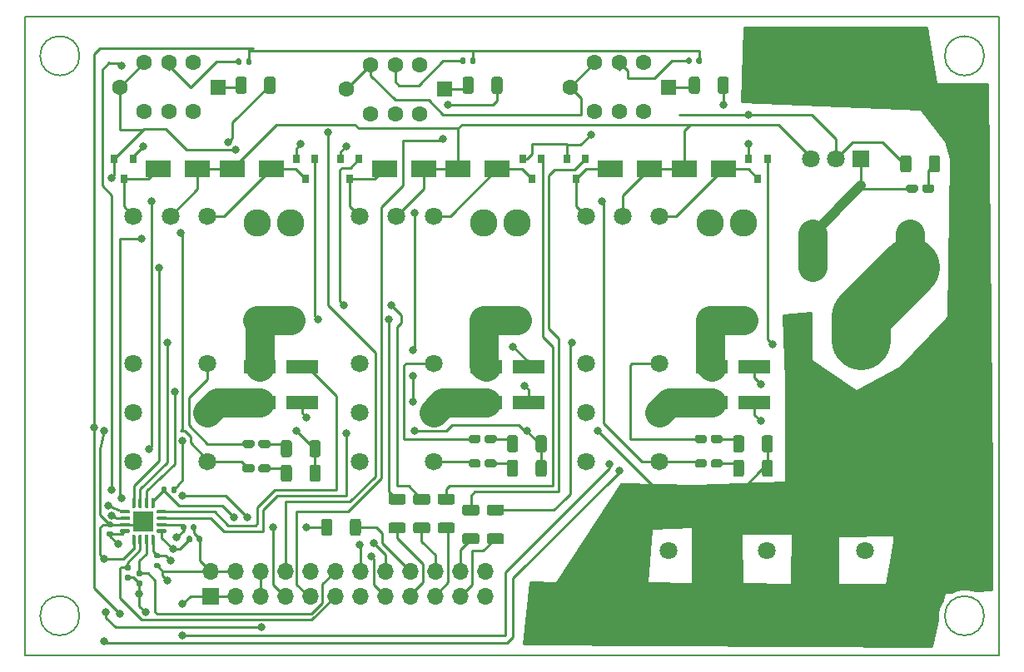
<source format=gbr>
%TF.GenerationSoftware,KiCad,Pcbnew,(5.1.9-0-10_14)*%
%TF.CreationDate,2021-04-23T09:03:30-07:00*%
%TF.ProjectId,thundipiswitch2,7468756e-6469-4706-9973-776974636832,rev?*%
%TF.SameCoordinates,Original*%
%TF.FileFunction,Copper,L1,Top*%
%TF.FilePolarity,Positive*%
%FSLAX46Y46*%
G04 Gerber Fmt 4.6, Leading zero omitted, Abs format (unit mm)*
G04 Created by KiCad (PCBNEW (5.1.9-0-10_14)) date 2021-04-23 09:03:30*
%MOMM*%
%LPD*%
G01*
G04 APERTURE LIST*
%TA.AperFunction,NonConductor*%
%ADD10C,0.200000*%
%TD*%
%TA.AperFunction,ComponentPad*%
%ADD11C,1.600000*%
%TD*%
%TA.AperFunction,ComponentPad*%
%ADD12R,1.600000X1.600000*%
%TD*%
%TA.AperFunction,ComponentPad*%
%ADD13O,1.700000X1.700000*%
%TD*%
%TA.AperFunction,ComponentPad*%
%ADD14R,1.700000X1.700000*%
%TD*%
%TA.AperFunction,SMDPad,CuDef*%
%ADD15R,3.300000X1.400000*%
%TD*%
%TA.AperFunction,SMDPad,CuDef*%
%ADD16R,2.100000X2.100000*%
%TD*%
%TA.AperFunction,ComponentPad*%
%ADD17R,1.800000X1.800000*%
%TD*%
%TA.AperFunction,ComponentPad*%
%ADD18C,1.800000*%
%TD*%
%TA.AperFunction,SMDPad,CuDef*%
%ADD19R,0.800000X0.900000*%
%TD*%
%TA.AperFunction,ComponentPad*%
%ADD20C,1.808000*%
%TD*%
%TA.AperFunction,ComponentPad*%
%ADD21C,1.803400*%
%TD*%
%TA.AperFunction,ComponentPad*%
%ADD22C,2.780000*%
%TD*%
%TA.AperFunction,SMDPad,CuDef*%
%ADD23R,2.500000X1.800000*%
%TD*%
%TA.AperFunction,ViaPad*%
%ADD24C,0.800000*%
%TD*%
%TA.AperFunction,Conductor*%
%ADD25C,0.250000*%
%TD*%
%TA.AperFunction,Conductor*%
%ADD26C,3.000000*%
%TD*%
%TA.AperFunction,Conductor*%
%ADD27C,1.000000*%
%TD*%
%TA.AperFunction,Conductor*%
%ADD28C,6.000000*%
%TD*%
%TA.AperFunction,Conductor*%
%ADD29C,4.000000*%
%TD*%
%TA.AperFunction,Conductor*%
%ADD30C,0.254000*%
%TD*%
%TA.AperFunction,Conductor*%
%ADD31C,0.100000*%
%TD*%
G04 APERTURE END LIST*
D10*
X207500000Y-116000000D02*
G75*
G03*
X207500000Y-116000000I-2000000J0D01*
G01*
X115500000Y-116000000D02*
G75*
G03*
X115500000Y-116000000I-2000000J0D01*
G01*
X115500000Y-59000000D02*
G75*
G03*
X115500000Y-59000000I-2000000J0D01*
G01*
X207500000Y-59000000D02*
G75*
G03*
X207500000Y-59000000I-2000000J0D01*
G01*
X110000000Y-120000000D02*
X209000000Y-120000000D01*
X110000000Y-55000000D02*
X209000000Y-55000000D01*
X209000000Y-55000000D02*
X209000000Y-120000000D01*
X110000000Y-55000000D02*
X110000000Y-120000000D01*
%TO.P,R28,2*%
%TO.N,Net-(J2-Pad18)*%
%TA.AperFunction,SMDPad,CuDef*%
G36*
G01*
X143000000Y-107625001D02*
X143000000Y-106374999D01*
G75*
G02*
X143249999Y-106125000I249999J0D01*
G01*
X143875001Y-106125000D01*
G75*
G02*
X144125000Y-106374999I0J-249999D01*
G01*
X144125000Y-107625001D01*
G75*
G02*
X143875001Y-107875000I-249999J0D01*
G01*
X143249999Y-107875000D01*
G75*
G02*
X143000000Y-107625001I0J249999D01*
G01*
G37*
%TD.AperFunction*%
%TO.P,R28,1*%
%TO.N,/Relay1_RESET*%
%TA.AperFunction,SMDPad,CuDef*%
G36*
G01*
X140075000Y-107625001D02*
X140075000Y-106374999D01*
G75*
G02*
X140324999Y-106125000I249999J0D01*
G01*
X140950001Y-106125000D01*
G75*
G02*
X141200000Y-106374999I0J-249999D01*
G01*
X141200000Y-107625001D01*
G75*
G02*
X140950001Y-107875000I-249999J0D01*
G01*
X140324999Y-107875000D01*
G75*
G02*
X140075000Y-107625001I0J249999D01*
G01*
G37*
%TD.AperFunction*%
%TD*%
%TO.P,R27,2*%
%TO.N,Net-(J2-Pad20)*%
%TA.AperFunction,SMDPad,CuDef*%
G36*
G01*
X149674999Y-106500000D02*
X150925001Y-106500000D01*
G75*
G02*
X151175000Y-106749999I0J-249999D01*
G01*
X151175000Y-107375001D01*
G75*
G02*
X150925001Y-107625000I-249999J0D01*
G01*
X149674999Y-107625000D01*
G75*
G02*
X149425000Y-107375001I0J249999D01*
G01*
X149425000Y-106749999D01*
G75*
G02*
X149674999Y-106500000I249999J0D01*
G01*
G37*
%TD.AperFunction*%
%TO.P,R27,1*%
%TO.N,/Relay2_RESET*%
%TA.AperFunction,SMDPad,CuDef*%
G36*
G01*
X149674999Y-103575000D02*
X150925001Y-103575000D01*
G75*
G02*
X151175000Y-103824999I0J-249999D01*
G01*
X151175000Y-104450001D01*
G75*
G02*
X150925001Y-104700000I-249999J0D01*
G01*
X149674999Y-104700000D01*
G75*
G02*
X149425000Y-104450001I0J249999D01*
G01*
X149425000Y-103824999D01*
G75*
G02*
X149674999Y-103575000I249999J0D01*
G01*
G37*
%TD.AperFunction*%
%TD*%
%TO.P,R26,2*%
%TO.N,Net-(J2-Pad22)*%
%TA.AperFunction,SMDPad,CuDef*%
G36*
G01*
X154674999Y-107600000D02*
X155925001Y-107600000D01*
G75*
G02*
X156175000Y-107849999I0J-249999D01*
G01*
X156175000Y-108475001D01*
G75*
G02*
X155925001Y-108725000I-249999J0D01*
G01*
X154674999Y-108725000D01*
G75*
G02*
X154425000Y-108475001I0J249999D01*
G01*
X154425000Y-107849999D01*
G75*
G02*
X154674999Y-107600000I249999J0D01*
G01*
G37*
%TD.AperFunction*%
%TO.P,R26,1*%
%TO.N,/Relay3_RESET*%
%TA.AperFunction,SMDPad,CuDef*%
G36*
G01*
X154674999Y-104675000D02*
X155925001Y-104675000D01*
G75*
G02*
X156175000Y-104924999I0J-249999D01*
G01*
X156175000Y-105550001D01*
G75*
G02*
X155925001Y-105800000I-249999J0D01*
G01*
X154674999Y-105800000D01*
G75*
G02*
X154425000Y-105550001I0J249999D01*
G01*
X154425000Y-104924999D01*
G75*
G02*
X154674999Y-104675000I249999J0D01*
G01*
G37*
%TD.AperFunction*%
%TD*%
%TO.P,R25,2*%
%TO.N,/Relay3_SET*%
%TA.AperFunction,SMDPad,CuDef*%
G36*
G01*
X158425001Y-105800000D02*
X157174999Y-105800000D01*
G75*
G02*
X156925000Y-105550001I0J249999D01*
G01*
X156925000Y-104924999D01*
G75*
G02*
X157174999Y-104675000I249999J0D01*
G01*
X158425001Y-104675000D01*
G75*
G02*
X158675000Y-104924999I0J-249999D01*
G01*
X158675000Y-105550001D01*
G75*
G02*
X158425001Y-105800000I-249999J0D01*
G01*
G37*
%TD.AperFunction*%
%TO.P,R25,1*%
%TO.N,Net-(J2-Pad21)*%
%TA.AperFunction,SMDPad,CuDef*%
G36*
G01*
X158425001Y-108725000D02*
X157174999Y-108725000D01*
G75*
G02*
X156925000Y-108475001I0J249999D01*
G01*
X156925000Y-107849999D01*
G75*
G02*
X157174999Y-107600000I249999J0D01*
G01*
X158425001Y-107600000D01*
G75*
G02*
X158675000Y-107849999I0J-249999D01*
G01*
X158675000Y-108475001D01*
G75*
G02*
X158425001Y-108725000I-249999J0D01*
G01*
G37*
%TD.AperFunction*%
%TD*%
%TO.P,R24,2*%
%TO.N,/Relay2_SET*%
%TA.AperFunction,SMDPad,CuDef*%
G36*
G01*
X153425001Y-104700000D02*
X152174999Y-104700000D01*
G75*
G02*
X151925000Y-104450001I0J249999D01*
G01*
X151925000Y-103824999D01*
G75*
G02*
X152174999Y-103575000I249999J0D01*
G01*
X153425001Y-103575000D01*
G75*
G02*
X153675000Y-103824999I0J-249999D01*
G01*
X153675000Y-104450001D01*
G75*
G02*
X153425001Y-104700000I-249999J0D01*
G01*
G37*
%TD.AperFunction*%
%TO.P,R24,1*%
%TO.N,Net-(J2-Pad19)*%
%TA.AperFunction,SMDPad,CuDef*%
G36*
G01*
X153425001Y-107625000D02*
X152174999Y-107625000D01*
G75*
G02*
X151925000Y-107375001I0J249999D01*
G01*
X151925000Y-106749999D01*
G75*
G02*
X152174999Y-106500000I249999J0D01*
G01*
X153425001Y-106500000D01*
G75*
G02*
X153675000Y-106749999I0J-249999D01*
G01*
X153675000Y-107375001D01*
G75*
G02*
X153425001Y-107625000I-249999J0D01*
G01*
G37*
%TD.AperFunction*%
%TD*%
%TO.P,R23,2*%
%TO.N,/Relay1_SET*%
%TA.AperFunction,SMDPad,CuDef*%
G36*
G01*
X148425001Y-104700000D02*
X147174999Y-104700000D01*
G75*
G02*
X146925000Y-104450001I0J249999D01*
G01*
X146925000Y-103824999D01*
G75*
G02*
X147174999Y-103575000I249999J0D01*
G01*
X148425001Y-103575000D01*
G75*
G02*
X148675000Y-103824999I0J-249999D01*
G01*
X148675000Y-104450001D01*
G75*
G02*
X148425001Y-104700000I-249999J0D01*
G01*
G37*
%TD.AperFunction*%
%TO.P,R23,1*%
%TO.N,Net-(J2-Pad17)*%
%TA.AperFunction,SMDPad,CuDef*%
G36*
G01*
X148425001Y-107625000D02*
X147174999Y-107625000D01*
G75*
G02*
X146925000Y-107375001I0J249999D01*
G01*
X146925000Y-106749999D01*
G75*
G02*
X147174999Y-106500000I249999J0D01*
G01*
X148425001Y-106500000D01*
G75*
G02*
X148675000Y-106749999I0J-249999D01*
G01*
X148675000Y-107375001D01*
G75*
G02*
X148425001Y-107625000I-249999J0D01*
G01*
G37*
%TD.AperFunction*%
%TD*%
D11*
%TO.P,S2,1*%
%TO.N,Net-(S2-Pad1)*%
X127100000Y-59700000D03*
%TO.P,S2,2*%
%TO.N,/Button1*%
X124600000Y-59700000D03*
%TO.P,S2,3*%
%TO.N,GND*%
X122100000Y-59700000D03*
%TO.P,S2,4*%
%TO.N,Net-(S2-Pad4)*%
X127100000Y-64700000D03*
%TO.P,S2,5*%
%TO.N,Net-(S2-Pad5)*%
X124600000Y-64700000D03*
%TO.P,S2,6*%
%TO.N,Net-(S2-Pad6)*%
X122100000Y-64700000D03*
D12*
%TO.P,S2,L1*%
%TO.N,Net-(R8-Pad2)*%
X129600000Y-62200000D03*
D11*
%TO.P,S2,L2*%
%TO.N,GND*%
X119600000Y-62200000D03*
%TD*%
%TO.P,S1,1*%
%TO.N,Net-(S1-Pad1)*%
X150100000Y-59900000D03*
%TO.P,S1,2*%
%TO.N,/Button2*%
X147600000Y-59900000D03*
%TO.P,S1,3*%
%TO.N,GND*%
X145100000Y-59900000D03*
%TO.P,S1,4*%
%TO.N,Net-(S1-Pad4)*%
X150100000Y-64900000D03*
%TO.P,S1,5*%
%TO.N,Net-(S1-Pad5)*%
X147600000Y-64900000D03*
%TO.P,S1,6*%
%TO.N,Net-(S1-Pad6)*%
X145100000Y-64900000D03*
D12*
%TO.P,S1,L1*%
%TO.N,Net-(R6-Pad2)*%
X152600000Y-62400000D03*
D11*
%TO.P,S1,L2*%
%TO.N,GND*%
X142600000Y-62400000D03*
%TD*%
%TO.P,S3,1*%
%TO.N,Net-(S3-Pad1)*%
X172900000Y-59700000D03*
%TO.P,S3,2*%
%TO.N,/Button3*%
X170400000Y-59700000D03*
%TO.P,S3,3*%
%TO.N,GND*%
X167900000Y-59700000D03*
%TO.P,S3,4*%
%TO.N,Net-(S3-Pad4)*%
X172900000Y-64700000D03*
%TO.P,S3,5*%
%TO.N,Net-(S3-Pad5)*%
X170400000Y-64700000D03*
%TO.P,S3,6*%
%TO.N,Net-(S3-Pad6)*%
X167900000Y-64700000D03*
D12*
%TO.P,S3,L1*%
%TO.N,Net-(R12-Pad2)*%
X175400000Y-62200000D03*
D11*
%TO.P,S3,L2*%
%TO.N,GND*%
X165400000Y-62200000D03*
%TD*%
D13*
%TO.P,J2,24*%
%TO.N,Net-(J2-Pad24)*%
X156740000Y-111460000D03*
%TO.P,J2,23*%
%TO.N,Net-(J2-Pad23)*%
X156740000Y-114000000D03*
%TO.P,J2,22*%
%TO.N,Net-(J2-Pad22)*%
X154200000Y-111460000D03*
%TO.P,J2,21*%
%TO.N,Net-(J2-Pad21)*%
X154200000Y-114000000D03*
%TO.P,J2,20*%
%TO.N,Net-(J2-Pad20)*%
X151660000Y-111460000D03*
%TO.P,J2,19*%
%TO.N,Net-(J2-Pad19)*%
X151660000Y-114000000D03*
%TO.P,J2,18*%
%TO.N,Net-(J2-Pad18)*%
X149120000Y-111460000D03*
%TO.P,J2,17*%
%TO.N,Net-(J2-Pad17)*%
X149120000Y-114000000D03*
%TO.P,J2,16*%
%TO.N,/INA3221_TC*%
X146580000Y-111460000D03*
%TO.P,J2,15*%
%TO.N,/INA3221_CRITICAL*%
X146580000Y-114000000D03*
%TO.P,J2,14*%
%TO.N,/INA3221_PV*%
X144040000Y-111460000D03*
%TO.P,J2,13*%
%TO.N,/INA3221_WARNING*%
X144040000Y-114000000D03*
%TO.P,J2,12*%
%TO.N,/SDA*%
X141500000Y-111460000D03*
%TO.P,J2,11*%
%TO.N,/SCL*%
X141500000Y-114000000D03*
%TO.P,J2,10*%
%TO.N,Net-(J2-Pad10)*%
X138960000Y-111460000D03*
%TO.P,J2,9*%
%TO.N,/Button3*%
X138960000Y-114000000D03*
%TO.P,J2,8*%
%TO.N,/Button2*%
X136420000Y-111460000D03*
%TO.P,J2,7*%
%TO.N,/Button1*%
X136420000Y-114000000D03*
%TO.P,J2,6*%
%TO.N,GND*%
X133880000Y-111460000D03*
%TO.P,J2,5*%
X133880000Y-114000000D03*
%TO.P,J2,4*%
%TO.N,+3V3*%
X131340000Y-111460000D03*
%TO.P,J2,3*%
%TO.N,+5V*%
X131340000Y-114000000D03*
%TO.P,J2,2*%
%TO.N,+3V3*%
X128800000Y-111460000D03*
D14*
%TO.P,J2,1*%
%TO.N,+5V*%
X128800000Y-114000000D03*
%TD*%
D15*
%TO.P,R3,4*%
%TO.N,/Relay3_C*%
X179850000Y-94300000D03*
%TO.P,R3,1*%
%TO.N,Net-(F3-Pad2)*%
X179850000Y-90700000D03*
%TO.P,R3,3*%
%TO.N,Net-(R3-Pad3)*%
X184150000Y-94300000D03*
%TO.P,R3,2*%
%TO.N,Net-(R3-Pad2)*%
X184150000Y-90700000D03*
%TD*%
%TO.P,R2,4*%
%TO.N,/Relay2_C*%
X156850000Y-94300000D03*
%TO.P,R2,1*%
%TO.N,Net-(F2-Pad2)*%
X156850000Y-90700000D03*
%TO.P,R2,3*%
%TO.N,Net-(R2-Pad3)*%
X161150000Y-94300000D03*
%TO.P,R2,2*%
%TO.N,Net-(R2-Pad2)*%
X161150000Y-90700000D03*
%TD*%
%TO.P,R1,4*%
%TO.N,/Relay1_C*%
X133850000Y-94300000D03*
%TO.P,R1,1*%
%TO.N,Net-(F1-Pad2)*%
X133850000Y-90700000D03*
%TO.P,R1,3*%
%TO.N,Net-(R1-Pad3)*%
X138150000Y-94300000D03*
%TO.P,R1,2*%
%TO.N,Net-(R1-Pad2)*%
X138150000Y-90700000D03*
%TD*%
%TO.P,C1,2*%
%TO.N,+3V3*%
%TA.AperFunction,SMDPad,CuDef*%
G36*
G01*
X118430000Y-107400000D02*
X118770000Y-107400000D01*
G75*
G02*
X118910000Y-107540000I0J-140000D01*
G01*
X118910000Y-107820000D01*
G75*
G02*
X118770000Y-107960000I-140000J0D01*
G01*
X118430000Y-107960000D01*
G75*
G02*
X118290000Y-107820000I0J140000D01*
G01*
X118290000Y-107540000D01*
G75*
G02*
X118430000Y-107400000I140000J0D01*
G01*
G37*
%TD.AperFunction*%
%TO.P,C1,1*%
%TO.N,GND*%
%TA.AperFunction,SMDPad,CuDef*%
G36*
G01*
X118430000Y-106440000D02*
X118770000Y-106440000D01*
G75*
G02*
X118910000Y-106580000I0J-140000D01*
G01*
X118910000Y-106860000D01*
G75*
G02*
X118770000Y-107000000I-140000J0D01*
G01*
X118430000Y-107000000D01*
G75*
G02*
X118290000Y-106860000I0J140000D01*
G01*
X118290000Y-106580000D01*
G75*
G02*
X118430000Y-106440000I140000J0D01*
G01*
G37*
%TD.AperFunction*%
%TD*%
D16*
%TO.P,U2,17*%
%TO.N,GND*%
X122000000Y-106400000D03*
%TO.P,U2,16*%
%TO.N,+12V*%
%TA.AperFunction,SMDPad,CuDef*%
G36*
G01*
X120850000Y-104962500D02*
X120850000Y-104112500D01*
G75*
G02*
X120937500Y-104025000I87500J0D01*
G01*
X121112500Y-104025000D01*
G75*
G02*
X121200000Y-104112500I0J-87500D01*
G01*
X121200000Y-104962500D01*
G75*
G02*
X121112500Y-105050000I-87500J0D01*
G01*
X120937500Y-105050000D01*
G75*
G02*
X120850000Y-104962500I0J87500D01*
G01*
G37*
%TD.AperFunction*%
%TO.P,U2,15*%
%TO.N,Net-(R2-Pad2)*%
%TA.AperFunction,SMDPad,CuDef*%
G36*
G01*
X121500000Y-104962500D02*
X121500000Y-104112500D01*
G75*
G02*
X121587500Y-104025000I87500J0D01*
G01*
X121762500Y-104025000D01*
G75*
G02*
X121850000Y-104112500I0J-87500D01*
G01*
X121850000Y-104962500D01*
G75*
G02*
X121762500Y-105050000I-87500J0D01*
G01*
X121587500Y-105050000D01*
G75*
G02*
X121500000Y-104962500I0J87500D01*
G01*
G37*
%TD.AperFunction*%
%TO.P,U2,14*%
%TO.N,Net-(R2-Pad3)*%
%TA.AperFunction,SMDPad,CuDef*%
G36*
G01*
X122150000Y-104962500D02*
X122150000Y-104112500D01*
G75*
G02*
X122237500Y-104025000I87500J0D01*
G01*
X122412500Y-104025000D01*
G75*
G02*
X122500000Y-104112500I0J-87500D01*
G01*
X122500000Y-104962500D01*
G75*
G02*
X122412500Y-105050000I-87500J0D01*
G01*
X122237500Y-105050000D01*
G75*
G02*
X122150000Y-104962500I0J87500D01*
G01*
G37*
%TD.AperFunction*%
%TO.P,U2,13*%
%TO.N,/INA3221_TC*%
%TA.AperFunction,SMDPad,CuDef*%
G36*
G01*
X122800000Y-104962500D02*
X122800000Y-104112500D01*
G75*
G02*
X122887500Y-104025000I87500J0D01*
G01*
X123062500Y-104025000D01*
G75*
G02*
X123150000Y-104112500I0J-87500D01*
G01*
X123150000Y-104962500D01*
G75*
G02*
X123062500Y-105050000I-87500J0D01*
G01*
X122887500Y-105050000D01*
G75*
G02*
X122800000Y-104962500I0J87500D01*
G01*
G37*
%TD.AperFunction*%
%TO.P,U2,12*%
%TO.N,Net-(R1-Pad2)*%
%TA.AperFunction,SMDPad,CuDef*%
G36*
G01*
X123350000Y-105512500D02*
X123350000Y-105337500D01*
G75*
G02*
X123437500Y-105250000I87500J0D01*
G01*
X124287500Y-105250000D01*
G75*
G02*
X124375000Y-105337500I0J-87500D01*
G01*
X124375000Y-105512500D01*
G75*
G02*
X124287500Y-105600000I-87500J0D01*
G01*
X123437500Y-105600000D01*
G75*
G02*
X123350000Y-105512500I0J87500D01*
G01*
G37*
%TD.AperFunction*%
%TO.P,U2,11*%
%TO.N,Net-(R1-Pad3)*%
%TA.AperFunction,SMDPad,CuDef*%
G36*
G01*
X123350000Y-106162500D02*
X123350000Y-105987500D01*
G75*
G02*
X123437500Y-105900000I87500J0D01*
G01*
X124287500Y-105900000D01*
G75*
G02*
X124375000Y-105987500I0J-87500D01*
G01*
X124375000Y-106162500D01*
G75*
G02*
X124287500Y-106250000I-87500J0D01*
G01*
X123437500Y-106250000D01*
G75*
G02*
X123350000Y-106162500I0J87500D01*
G01*
G37*
%TD.AperFunction*%
%TO.P,U2,10*%
%TO.N,/INA3221_PV*%
%TA.AperFunction,SMDPad,CuDef*%
G36*
G01*
X123350000Y-106812500D02*
X123350000Y-106637500D01*
G75*
G02*
X123437500Y-106550000I87500J0D01*
G01*
X124287500Y-106550000D01*
G75*
G02*
X124375000Y-106637500I0J-87500D01*
G01*
X124375000Y-106812500D01*
G75*
G02*
X124287500Y-106900000I-87500J0D01*
G01*
X123437500Y-106900000D01*
G75*
G02*
X123350000Y-106812500I0J87500D01*
G01*
G37*
%TD.AperFunction*%
%TO.P,U2,9*%
%TO.N,/INA3221_CRITICAL*%
%TA.AperFunction,SMDPad,CuDef*%
G36*
G01*
X123350000Y-107462500D02*
X123350000Y-107287500D01*
G75*
G02*
X123437500Y-107200000I87500J0D01*
G01*
X124287500Y-107200000D01*
G75*
G02*
X124375000Y-107287500I0J-87500D01*
G01*
X124375000Y-107462500D01*
G75*
G02*
X124287500Y-107550000I-87500J0D01*
G01*
X123437500Y-107550000D01*
G75*
G02*
X123350000Y-107462500I0J87500D01*
G01*
G37*
%TD.AperFunction*%
%TO.P,U2,8*%
%TO.N,/INA3221_WARNING*%
%TA.AperFunction,SMDPad,CuDef*%
G36*
G01*
X122800000Y-108687500D02*
X122800000Y-107837500D01*
G75*
G02*
X122887500Y-107750000I87500J0D01*
G01*
X123062500Y-107750000D01*
G75*
G02*
X123150000Y-107837500I0J-87500D01*
G01*
X123150000Y-108687500D01*
G75*
G02*
X123062500Y-108775000I-87500J0D01*
G01*
X122887500Y-108775000D01*
G75*
G02*
X122800000Y-108687500I0J87500D01*
G01*
G37*
%TD.AperFunction*%
%TO.P,U2,7*%
%TO.N,/SDA*%
%TA.AperFunction,SMDPad,CuDef*%
G36*
G01*
X122150000Y-108687500D02*
X122150000Y-107837500D01*
G75*
G02*
X122237500Y-107750000I87500J0D01*
G01*
X122412500Y-107750000D01*
G75*
G02*
X122500000Y-107837500I0J-87500D01*
G01*
X122500000Y-108687500D01*
G75*
G02*
X122412500Y-108775000I-87500J0D01*
G01*
X122237500Y-108775000D01*
G75*
G02*
X122150000Y-108687500I0J87500D01*
G01*
G37*
%TD.AperFunction*%
%TO.P,U2,6*%
%TO.N,/SCL*%
%TA.AperFunction,SMDPad,CuDef*%
G36*
G01*
X121500000Y-108687500D02*
X121500000Y-107837500D01*
G75*
G02*
X121587500Y-107750000I87500J0D01*
G01*
X121762500Y-107750000D01*
G75*
G02*
X121850000Y-107837500I0J-87500D01*
G01*
X121850000Y-108687500D01*
G75*
G02*
X121762500Y-108775000I-87500J0D01*
G01*
X121587500Y-108775000D01*
G75*
G02*
X121500000Y-108687500I0J87500D01*
G01*
G37*
%TD.AperFunction*%
%TO.P,U2,5*%
%TO.N,GND*%
%TA.AperFunction,SMDPad,CuDef*%
G36*
G01*
X120850000Y-108687500D02*
X120850000Y-107837500D01*
G75*
G02*
X120937500Y-107750000I87500J0D01*
G01*
X121112500Y-107750000D01*
G75*
G02*
X121200000Y-107837500I0J-87500D01*
G01*
X121200000Y-108687500D01*
G75*
G02*
X121112500Y-108775000I-87500J0D01*
G01*
X120937500Y-108775000D01*
G75*
G02*
X120850000Y-108687500I0J87500D01*
G01*
G37*
%TD.AperFunction*%
%TO.P,U2,4*%
%TO.N,+3V3*%
%TA.AperFunction,SMDPad,CuDef*%
G36*
G01*
X119625000Y-107462500D02*
X119625000Y-107287500D01*
G75*
G02*
X119712500Y-107200000I87500J0D01*
G01*
X120562500Y-107200000D01*
G75*
G02*
X120650000Y-107287500I0J-87500D01*
G01*
X120650000Y-107462500D01*
G75*
G02*
X120562500Y-107550000I-87500J0D01*
G01*
X119712500Y-107550000D01*
G75*
G02*
X119625000Y-107462500I0J87500D01*
G01*
G37*
%TD.AperFunction*%
%TO.P,U2,3*%
%TO.N,GND*%
%TA.AperFunction,SMDPad,CuDef*%
G36*
G01*
X119625000Y-106812500D02*
X119625000Y-106637500D01*
G75*
G02*
X119712500Y-106550000I87500J0D01*
G01*
X120562500Y-106550000D01*
G75*
G02*
X120650000Y-106637500I0J-87500D01*
G01*
X120650000Y-106812500D01*
G75*
G02*
X120562500Y-106900000I-87500J0D01*
G01*
X119712500Y-106900000D01*
G75*
G02*
X119625000Y-106812500I0J87500D01*
G01*
G37*
%TD.AperFunction*%
%TO.P,U2,2*%
%TO.N,Net-(R3-Pad2)*%
%TA.AperFunction,SMDPad,CuDef*%
G36*
G01*
X119625000Y-106162500D02*
X119625000Y-105987500D01*
G75*
G02*
X119712500Y-105900000I87500J0D01*
G01*
X120562500Y-105900000D01*
G75*
G02*
X120650000Y-105987500I0J-87500D01*
G01*
X120650000Y-106162500D01*
G75*
G02*
X120562500Y-106250000I-87500J0D01*
G01*
X119712500Y-106250000D01*
G75*
G02*
X119625000Y-106162500I0J87500D01*
G01*
G37*
%TD.AperFunction*%
%TO.P,U2,1*%
%TO.N,Net-(R3-Pad3)*%
%TA.AperFunction,SMDPad,CuDef*%
G36*
G01*
X119625000Y-105512500D02*
X119625000Y-105337500D01*
G75*
G02*
X119712500Y-105250000I87500J0D01*
G01*
X120562500Y-105250000D01*
G75*
G02*
X120650000Y-105337500I0J-87500D01*
G01*
X120650000Y-105512500D01*
G75*
G02*
X120562500Y-105600000I-87500J0D01*
G01*
X119712500Y-105600000D01*
G75*
G02*
X119625000Y-105512500I0J87500D01*
G01*
G37*
%TD.AperFunction*%
%TD*%
D17*
%TO.P,U1,1*%
%TO.N,+12V*%
X195000000Y-69500000D03*
D18*
%TO.P,U1,2*%
%TO.N,GND*%
X192460000Y-69500000D03*
%TO.P,U1,3*%
%TO.N,+5V*%
X189920000Y-69500000D03*
%TD*%
%TO.P,R22,2*%
%TO.N,Net-(D13-Pad1)*%
%TA.AperFunction,SMDPad,CuDef*%
G36*
G01*
X183100000Y-100374999D02*
X183100000Y-101625001D01*
G75*
G02*
X182850001Y-101875000I-249999J0D01*
G01*
X182224999Y-101875000D01*
G75*
G02*
X181975000Y-101625001I0J249999D01*
G01*
X181975000Y-100374999D01*
G75*
G02*
X182224999Y-100125000I249999J0D01*
G01*
X182850001Y-100125000D01*
G75*
G02*
X183100000Y-100374999I0J-249999D01*
G01*
G37*
%TD.AperFunction*%
%TO.P,R22,1*%
%TO.N,GND*%
%TA.AperFunction,SMDPad,CuDef*%
G36*
G01*
X186025000Y-100374999D02*
X186025000Y-101625001D01*
G75*
G02*
X185775001Y-101875000I-249999J0D01*
G01*
X185149999Y-101875000D01*
G75*
G02*
X184900000Y-101625001I0J249999D01*
G01*
X184900000Y-100374999D01*
G75*
G02*
X185149999Y-100125000I249999J0D01*
G01*
X185775001Y-100125000D01*
G75*
G02*
X186025000Y-100374999I0J-249999D01*
G01*
G37*
%TD.AperFunction*%
%TD*%
%TO.P,R21,2*%
%TO.N,Net-(D12-Pad1)*%
%TA.AperFunction,SMDPad,CuDef*%
G36*
G01*
X183100000Y-97874999D02*
X183100000Y-99125001D01*
G75*
G02*
X182850001Y-99375000I-249999J0D01*
G01*
X182224999Y-99375000D01*
G75*
G02*
X181975000Y-99125001I0J249999D01*
G01*
X181975000Y-97874999D01*
G75*
G02*
X182224999Y-97625000I249999J0D01*
G01*
X182850001Y-97625000D01*
G75*
G02*
X183100000Y-97874999I0J-249999D01*
G01*
G37*
%TD.AperFunction*%
%TO.P,R21,1*%
%TO.N,GND*%
%TA.AperFunction,SMDPad,CuDef*%
G36*
G01*
X186025000Y-97874999D02*
X186025000Y-99125001D01*
G75*
G02*
X185775001Y-99375000I-249999J0D01*
G01*
X185149999Y-99375000D01*
G75*
G02*
X184900000Y-99125001I0J249999D01*
G01*
X184900000Y-97874999D01*
G75*
G02*
X185149999Y-97625000I249999J0D01*
G01*
X185775001Y-97625000D01*
G75*
G02*
X186025000Y-97874999I0J-249999D01*
G01*
G37*
%TD.AperFunction*%
%TD*%
%TO.P,R20,2*%
%TO.N,Net-(D11-Pad1)*%
%TA.AperFunction,SMDPad,CuDef*%
G36*
G01*
X160100000Y-100374999D02*
X160100000Y-101625001D01*
G75*
G02*
X159850001Y-101875000I-249999J0D01*
G01*
X159224999Y-101875000D01*
G75*
G02*
X158975000Y-101625001I0J249999D01*
G01*
X158975000Y-100374999D01*
G75*
G02*
X159224999Y-100125000I249999J0D01*
G01*
X159850001Y-100125000D01*
G75*
G02*
X160100000Y-100374999I0J-249999D01*
G01*
G37*
%TD.AperFunction*%
%TO.P,R20,1*%
%TO.N,GND*%
%TA.AperFunction,SMDPad,CuDef*%
G36*
G01*
X163025000Y-100374999D02*
X163025000Y-101625001D01*
G75*
G02*
X162775001Y-101875000I-249999J0D01*
G01*
X162149999Y-101875000D01*
G75*
G02*
X161900000Y-101625001I0J249999D01*
G01*
X161900000Y-100374999D01*
G75*
G02*
X162149999Y-100125000I249999J0D01*
G01*
X162775001Y-100125000D01*
G75*
G02*
X163025000Y-100374999I0J-249999D01*
G01*
G37*
%TD.AperFunction*%
%TD*%
%TO.P,R19,2*%
%TO.N,Net-(D10-Pad1)*%
%TA.AperFunction,SMDPad,CuDef*%
G36*
G01*
X160100000Y-97874999D02*
X160100000Y-99125001D01*
G75*
G02*
X159850001Y-99375000I-249999J0D01*
G01*
X159224999Y-99375000D01*
G75*
G02*
X158975000Y-99125001I0J249999D01*
G01*
X158975000Y-97874999D01*
G75*
G02*
X159224999Y-97625000I249999J0D01*
G01*
X159850001Y-97625000D01*
G75*
G02*
X160100000Y-97874999I0J-249999D01*
G01*
G37*
%TD.AperFunction*%
%TO.P,R19,1*%
%TO.N,GND*%
%TA.AperFunction,SMDPad,CuDef*%
G36*
G01*
X163025000Y-97874999D02*
X163025000Y-99125001D01*
G75*
G02*
X162775001Y-99375000I-249999J0D01*
G01*
X162149999Y-99375000D01*
G75*
G02*
X161900000Y-99125001I0J249999D01*
G01*
X161900000Y-97874999D01*
G75*
G02*
X162149999Y-97625000I249999J0D01*
G01*
X162775001Y-97625000D01*
G75*
G02*
X163025000Y-97874999I0J-249999D01*
G01*
G37*
%TD.AperFunction*%
%TD*%
%TO.P,R18,2*%
%TO.N,Net-(D9-Pad1)*%
%TA.AperFunction,SMDPad,CuDef*%
G36*
G01*
X137100000Y-100874999D02*
X137100000Y-102125001D01*
G75*
G02*
X136850001Y-102375000I-249999J0D01*
G01*
X136224999Y-102375000D01*
G75*
G02*
X135975000Y-102125001I0J249999D01*
G01*
X135975000Y-100874999D01*
G75*
G02*
X136224999Y-100625000I249999J0D01*
G01*
X136850001Y-100625000D01*
G75*
G02*
X137100000Y-100874999I0J-249999D01*
G01*
G37*
%TD.AperFunction*%
%TO.P,R18,1*%
%TO.N,GND*%
%TA.AperFunction,SMDPad,CuDef*%
G36*
G01*
X140025000Y-100874999D02*
X140025000Y-102125001D01*
G75*
G02*
X139775001Y-102375000I-249999J0D01*
G01*
X139149999Y-102375000D01*
G75*
G02*
X138900000Y-102125001I0J249999D01*
G01*
X138900000Y-100874999D01*
G75*
G02*
X139149999Y-100625000I249999J0D01*
G01*
X139775001Y-100625000D01*
G75*
G02*
X140025000Y-100874999I0J-249999D01*
G01*
G37*
%TD.AperFunction*%
%TD*%
%TO.P,R17,2*%
%TO.N,Net-(D8-Pad1)*%
%TA.AperFunction,SMDPad,CuDef*%
G36*
G01*
X137100000Y-98374999D02*
X137100000Y-99625001D01*
G75*
G02*
X136850001Y-99875000I-249999J0D01*
G01*
X136224999Y-99875000D01*
G75*
G02*
X135975000Y-99625001I0J249999D01*
G01*
X135975000Y-98374999D01*
G75*
G02*
X136224999Y-98125000I249999J0D01*
G01*
X136850001Y-98125000D01*
G75*
G02*
X137100000Y-98374999I0J-249999D01*
G01*
G37*
%TD.AperFunction*%
%TO.P,R17,1*%
%TO.N,GND*%
%TA.AperFunction,SMDPad,CuDef*%
G36*
G01*
X140025000Y-98374999D02*
X140025000Y-99625001D01*
G75*
G02*
X139775001Y-99875000I-249999J0D01*
G01*
X139149999Y-99875000D01*
G75*
G02*
X138900000Y-99625001I0J249999D01*
G01*
X138900000Y-98374999D01*
G75*
G02*
X139149999Y-98125000I249999J0D01*
G01*
X139775001Y-98125000D01*
G75*
G02*
X140025000Y-98374999I0J-249999D01*
G01*
G37*
%TD.AperFunction*%
%TD*%
%TO.P,R16,2*%
%TO.N,Net-(D7-Pad1)*%
%TA.AperFunction,SMDPad,CuDef*%
G36*
G01*
X201900000Y-70625001D02*
X201900000Y-69374999D01*
G75*
G02*
X202149999Y-69125000I249999J0D01*
G01*
X202775001Y-69125000D01*
G75*
G02*
X203025000Y-69374999I0J-249999D01*
G01*
X203025000Y-70625001D01*
G75*
G02*
X202775001Y-70875000I-249999J0D01*
G01*
X202149999Y-70875000D01*
G75*
G02*
X201900000Y-70625001I0J249999D01*
G01*
G37*
%TD.AperFunction*%
%TO.P,R16,1*%
%TO.N,GND*%
%TA.AperFunction,SMDPad,CuDef*%
G36*
G01*
X198975000Y-70625001D02*
X198975000Y-69374999D01*
G75*
G02*
X199224999Y-69125000I249999J0D01*
G01*
X199850001Y-69125000D01*
G75*
G02*
X200100000Y-69374999I0J-249999D01*
G01*
X200100000Y-70625001D01*
G75*
G02*
X199850001Y-70875000I-249999J0D01*
G01*
X199224999Y-70875000D01*
G75*
G02*
X198975000Y-70625001I0J249999D01*
G01*
G37*
%TD.AperFunction*%
%TD*%
%TO.P,R15,2*%
%TO.N,/Button2*%
%TA.AperFunction,SMDPad,CuDef*%
G36*
G01*
X154760000Y-59315000D02*
X154760000Y-59685000D01*
G75*
G02*
X154625000Y-59820000I-135000J0D01*
G01*
X154355000Y-59820000D01*
G75*
G02*
X154220000Y-59685000I0J135000D01*
G01*
X154220000Y-59315000D01*
G75*
G02*
X154355000Y-59180000I135000J0D01*
G01*
X154625000Y-59180000D01*
G75*
G02*
X154760000Y-59315000I0J-135000D01*
G01*
G37*
%TD.AperFunction*%
%TO.P,R15,1*%
%TO.N,+3V3*%
%TA.AperFunction,SMDPad,CuDef*%
G36*
G01*
X155780000Y-59315000D02*
X155780000Y-59685000D01*
G75*
G02*
X155645000Y-59820000I-135000J0D01*
G01*
X155375000Y-59820000D01*
G75*
G02*
X155240000Y-59685000I0J135000D01*
G01*
X155240000Y-59315000D01*
G75*
G02*
X155375000Y-59180000I135000J0D01*
G01*
X155645000Y-59180000D01*
G75*
G02*
X155780000Y-59315000I0J-135000D01*
G01*
G37*
%TD.AperFunction*%
%TD*%
%TO.P,R14,2*%
%TO.N,/Button3*%
%TA.AperFunction,SMDPad,CuDef*%
G36*
G01*
X177760000Y-59315000D02*
X177760000Y-59685000D01*
G75*
G02*
X177625000Y-59820000I-135000J0D01*
G01*
X177355000Y-59820000D01*
G75*
G02*
X177220000Y-59685000I0J135000D01*
G01*
X177220000Y-59315000D01*
G75*
G02*
X177355000Y-59180000I135000J0D01*
G01*
X177625000Y-59180000D01*
G75*
G02*
X177760000Y-59315000I0J-135000D01*
G01*
G37*
%TD.AperFunction*%
%TO.P,R14,1*%
%TO.N,+3V3*%
%TA.AperFunction,SMDPad,CuDef*%
G36*
G01*
X178780000Y-59315000D02*
X178780000Y-59685000D01*
G75*
G02*
X178645000Y-59820000I-135000J0D01*
G01*
X178375000Y-59820000D01*
G75*
G02*
X178240000Y-59685000I0J135000D01*
G01*
X178240000Y-59315000D01*
G75*
G02*
X178375000Y-59180000I135000J0D01*
G01*
X178645000Y-59180000D01*
G75*
G02*
X178780000Y-59315000I0J-135000D01*
G01*
G37*
%TD.AperFunction*%
%TD*%
%TO.P,R13,2*%
%TO.N,/Button1*%
%TA.AperFunction,SMDPad,CuDef*%
G36*
G01*
X131960000Y-59415000D02*
X131960000Y-59785000D01*
G75*
G02*
X131825000Y-59920000I-135000J0D01*
G01*
X131555000Y-59920000D01*
G75*
G02*
X131420000Y-59785000I0J135000D01*
G01*
X131420000Y-59415000D01*
G75*
G02*
X131555000Y-59280000I135000J0D01*
G01*
X131825000Y-59280000D01*
G75*
G02*
X131960000Y-59415000I0J-135000D01*
G01*
G37*
%TD.AperFunction*%
%TO.P,R13,1*%
%TO.N,+3V3*%
%TA.AperFunction,SMDPad,CuDef*%
G36*
G01*
X132980000Y-59415000D02*
X132980000Y-59785000D01*
G75*
G02*
X132845000Y-59920000I-135000J0D01*
G01*
X132575000Y-59920000D01*
G75*
G02*
X132440000Y-59785000I0J135000D01*
G01*
X132440000Y-59415000D01*
G75*
G02*
X132575000Y-59280000I135000J0D01*
G01*
X132845000Y-59280000D01*
G75*
G02*
X132980000Y-59415000I0J-135000D01*
G01*
G37*
%TD.AperFunction*%
%TD*%
%TO.P,R12,2*%
%TO.N,Net-(R12-Pad2)*%
%TA.AperFunction,SMDPad,CuDef*%
G36*
G01*
X178600000Y-61374999D02*
X178600000Y-62625001D01*
G75*
G02*
X178350001Y-62875000I-249999J0D01*
G01*
X177724999Y-62875000D01*
G75*
G02*
X177475000Y-62625001I0J249999D01*
G01*
X177475000Y-61374999D01*
G75*
G02*
X177724999Y-61125000I249999J0D01*
G01*
X178350001Y-61125000D01*
G75*
G02*
X178600000Y-61374999I0J-249999D01*
G01*
G37*
%TD.AperFunction*%
%TO.P,R12,1*%
%TO.N,/Relay3_NO*%
%TA.AperFunction,SMDPad,CuDef*%
G36*
G01*
X181525000Y-61374999D02*
X181525000Y-62625001D01*
G75*
G02*
X181275001Y-62875000I-249999J0D01*
G01*
X180649999Y-62875000D01*
G75*
G02*
X180400000Y-62625001I0J249999D01*
G01*
X180400000Y-61374999D01*
G75*
G02*
X180649999Y-61125000I249999J0D01*
G01*
X181275001Y-61125000D01*
G75*
G02*
X181525000Y-61374999I0J-249999D01*
G01*
G37*
%TD.AperFunction*%
%TD*%
%TO.P,R11,2*%
%TO.N,+3V3*%
%TA.AperFunction,SMDPad,CuDef*%
G36*
G01*
X126840000Y-107185000D02*
X126840000Y-106815000D01*
G75*
G02*
X126975000Y-106680000I135000J0D01*
G01*
X127245000Y-106680000D01*
G75*
G02*
X127380000Y-106815000I0J-135000D01*
G01*
X127380000Y-107185000D01*
G75*
G02*
X127245000Y-107320000I-135000J0D01*
G01*
X126975000Y-107320000D01*
G75*
G02*
X126840000Y-107185000I0J135000D01*
G01*
G37*
%TD.AperFunction*%
%TO.P,R11,1*%
%TO.N,/INA3221_PV*%
%TA.AperFunction,SMDPad,CuDef*%
G36*
G01*
X125820000Y-107185000D02*
X125820000Y-106815000D01*
G75*
G02*
X125955000Y-106680000I135000J0D01*
G01*
X126225000Y-106680000D01*
G75*
G02*
X126360000Y-106815000I0J-135000D01*
G01*
X126360000Y-107185000D01*
G75*
G02*
X126225000Y-107320000I-135000J0D01*
G01*
X125955000Y-107320000D01*
G75*
G02*
X125820000Y-107185000I0J135000D01*
G01*
G37*
%TD.AperFunction*%
%TD*%
%TO.P,R10,2*%
%TO.N,+3V3*%
%TA.AperFunction,SMDPad,CuDef*%
G36*
G01*
X127440000Y-108385000D02*
X127440000Y-108015000D01*
G75*
G02*
X127575000Y-107880000I135000J0D01*
G01*
X127845000Y-107880000D01*
G75*
G02*
X127980000Y-108015000I0J-135000D01*
G01*
X127980000Y-108385000D01*
G75*
G02*
X127845000Y-108520000I-135000J0D01*
G01*
X127575000Y-108520000D01*
G75*
G02*
X127440000Y-108385000I0J135000D01*
G01*
G37*
%TD.AperFunction*%
%TO.P,R10,1*%
%TO.N,/INA3221_CRITICAL*%
%TA.AperFunction,SMDPad,CuDef*%
G36*
G01*
X126420000Y-108385000D02*
X126420000Y-108015000D01*
G75*
G02*
X126555000Y-107880000I135000J0D01*
G01*
X126825000Y-107880000D01*
G75*
G02*
X126960000Y-108015000I0J-135000D01*
G01*
X126960000Y-108385000D01*
G75*
G02*
X126825000Y-108520000I-135000J0D01*
G01*
X126555000Y-108520000D01*
G75*
G02*
X126420000Y-108385000I0J135000D01*
G01*
G37*
%TD.AperFunction*%
%TD*%
%TO.P,R9,2*%
%TO.N,+3V3*%
%TA.AperFunction,SMDPad,CuDef*%
G36*
G01*
X123215000Y-110640000D02*
X123585000Y-110640000D01*
G75*
G02*
X123720000Y-110775000I0J-135000D01*
G01*
X123720000Y-111045000D01*
G75*
G02*
X123585000Y-111180000I-135000J0D01*
G01*
X123215000Y-111180000D01*
G75*
G02*
X123080000Y-111045000I0J135000D01*
G01*
X123080000Y-110775000D01*
G75*
G02*
X123215000Y-110640000I135000J0D01*
G01*
G37*
%TD.AperFunction*%
%TO.P,R9,1*%
%TO.N,/INA3221_WARNING*%
%TA.AperFunction,SMDPad,CuDef*%
G36*
G01*
X123215000Y-109620000D02*
X123585000Y-109620000D01*
G75*
G02*
X123720000Y-109755000I0J-135000D01*
G01*
X123720000Y-110025000D01*
G75*
G02*
X123585000Y-110160000I-135000J0D01*
G01*
X123215000Y-110160000D01*
G75*
G02*
X123080000Y-110025000I0J135000D01*
G01*
X123080000Y-109755000D01*
G75*
G02*
X123215000Y-109620000I135000J0D01*
G01*
G37*
%TD.AperFunction*%
%TD*%
%TO.P,R8,2*%
%TO.N,Net-(R8-Pad2)*%
%TA.AperFunction,SMDPad,CuDef*%
G36*
G01*
X132500000Y-61374999D02*
X132500000Y-62625001D01*
G75*
G02*
X132250001Y-62875000I-249999J0D01*
G01*
X131624999Y-62875000D01*
G75*
G02*
X131375000Y-62625001I0J249999D01*
G01*
X131375000Y-61374999D01*
G75*
G02*
X131624999Y-61125000I249999J0D01*
G01*
X132250001Y-61125000D01*
G75*
G02*
X132500000Y-61374999I0J-249999D01*
G01*
G37*
%TD.AperFunction*%
%TO.P,R8,1*%
%TO.N,/Relay1_NO*%
%TA.AperFunction,SMDPad,CuDef*%
G36*
G01*
X135425000Y-61374999D02*
X135425000Y-62625001D01*
G75*
G02*
X135175001Y-62875000I-249999J0D01*
G01*
X134549999Y-62875000D01*
G75*
G02*
X134300000Y-62625001I0J249999D01*
G01*
X134300000Y-61374999D01*
G75*
G02*
X134549999Y-61125000I249999J0D01*
G01*
X135175001Y-61125000D01*
G75*
G02*
X135425000Y-61374999I0J-249999D01*
G01*
G37*
%TD.AperFunction*%
%TD*%
%TO.P,R7,2*%
%TO.N,+3V3*%
%TA.AperFunction,SMDPad,CuDef*%
G36*
G01*
X124840000Y-103385000D02*
X124840000Y-103015000D01*
G75*
G02*
X124975000Y-102880000I135000J0D01*
G01*
X125245000Y-102880000D01*
G75*
G02*
X125380000Y-103015000I0J-135000D01*
G01*
X125380000Y-103385000D01*
G75*
G02*
X125245000Y-103520000I-135000J0D01*
G01*
X124975000Y-103520000D01*
G75*
G02*
X124840000Y-103385000I0J135000D01*
G01*
G37*
%TD.AperFunction*%
%TO.P,R7,1*%
%TO.N,/INA3221_TC*%
%TA.AperFunction,SMDPad,CuDef*%
G36*
G01*
X123820000Y-103385000D02*
X123820000Y-103015000D01*
G75*
G02*
X123955000Y-102880000I135000J0D01*
G01*
X124225000Y-102880000D01*
G75*
G02*
X124360000Y-103015000I0J-135000D01*
G01*
X124360000Y-103385000D01*
G75*
G02*
X124225000Y-103520000I-135000J0D01*
G01*
X123955000Y-103520000D01*
G75*
G02*
X123820000Y-103385000I0J135000D01*
G01*
G37*
%TD.AperFunction*%
%TD*%
%TO.P,R6,2*%
%TO.N,Net-(R6-Pad2)*%
%TA.AperFunction,SMDPad,CuDef*%
G36*
G01*
X155600000Y-61374999D02*
X155600000Y-62625001D01*
G75*
G02*
X155350001Y-62875000I-249999J0D01*
G01*
X154724999Y-62875000D01*
G75*
G02*
X154475000Y-62625001I0J249999D01*
G01*
X154475000Y-61374999D01*
G75*
G02*
X154724999Y-61125000I249999J0D01*
G01*
X155350001Y-61125000D01*
G75*
G02*
X155600000Y-61374999I0J-249999D01*
G01*
G37*
%TD.AperFunction*%
%TO.P,R6,1*%
%TO.N,/Relay2_NO*%
%TA.AperFunction,SMDPad,CuDef*%
G36*
G01*
X158525000Y-61374999D02*
X158525000Y-62625001D01*
G75*
G02*
X158275001Y-62875000I-249999J0D01*
G01*
X157649999Y-62875000D01*
G75*
G02*
X157400000Y-62625001I0J249999D01*
G01*
X157400000Y-61374999D01*
G75*
G02*
X157649999Y-61125000I249999J0D01*
G01*
X158275001Y-61125000D01*
G75*
G02*
X158525000Y-61374999I0J-249999D01*
G01*
G37*
%TD.AperFunction*%
%TD*%
%TO.P,R5,2*%
%TO.N,+3V3*%
%TA.AperFunction,SMDPad,CuDef*%
G36*
G01*
X121415000Y-112440000D02*
X121785000Y-112440000D01*
G75*
G02*
X121920000Y-112575000I0J-135000D01*
G01*
X121920000Y-112845000D01*
G75*
G02*
X121785000Y-112980000I-135000J0D01*
G01*
X121415000Y-112980000D01*
G75*
G02*
X121280000Y-112845000I0J135000D01*
G01*
X121280000Y-112575000D01*
G75*
G02*
X121415000Y-112440000I135000J0D01*
G01*
G37*
%TD.AperFunction*%
%TO.P,R5,1*%
%TO.N,/SDA*%
%TA.AperFunction,SMDPad,CuDef*%
G36*
G01*
X121415000Y-111420000D02*
X121785000Y-111420000D01*
G75*
G02*
X121920000Y-111555000I0J-135000D01*
G01*
X121920000Y-111825000D01*
G75*
G02*
X121785000Y-111960000I-135000J0D01*
G01*
X121415000Y-111960000D01*
G75*
G02*
X121280000Y-111825000I0J135000D01*
G01*
X121280000Y-111555000D01*
G75*
G02*
X121415000Y-111420000I135000J0D01*
G01*
G37*
%TD.AperFunction*%
%TD*%
%TO.P,R4,2*%
%TO.N,+3V3*%
%TA.AperFunction,SMDPad,CuDef*%
G36*
G01*
X120215000Y-111840000D02*
X120585000Y-111840000D01*
G75*
G02*
X120720000Y-111975000I0J-135000D01*
G01*
X120720000Y-112245000D01*
G75*
G02*
X120585000Y-112380000I-135000J0D01*
G01*
X120215000Y-112380000D01*
G75*
G02*
X120080000Y-112245000I0J135000D01*
G01*
X120080000Y-111975000D01*
G75*
G02*
X120215000Y-111840000I135000J0D01*
G01*
G37*
%TD.AperFunction*%
%TO.P,R4,1*%
%TO.N,/SCL*%
%TA.AperFunction,SMDPad,CuDef*%
G36*
G01*
X120215000Y-110820000D02*
X120585000Y-110820000D01*
G75*
G02*
X120720000Y-110955000I0J-135000D01*
G01*
X120720000Y-111225000D01*
G75*
G02*
X120585000Y-111360000I-135000J0D01*
G01*
X120215000Y-111360000D01*
G75*
G02*
X120080000Y-111225000I0J135000D01*
G01*
X120080000Y-110955000D01*
G75*
G02*
X120215000Y-110820000I135000J0D01*
G01*
G37*
%TD.AperFunction*%
%TD*%
D19*
%TO.P,Q6,3*%
%TO.N,Net-(D6-Pad2)*%
X184500000Y-71500000D03*
%TO.P,Q6,2*%
%TO.N,GND*%
X183550000Y-69500000D03*
%TO.P,Q6,1*%
%TO.N,/Relay3_SET*%
X185450000Y-69500000D03*
%TD*%
%TO.P,Q5,3*%
%TO.N,Net-(D5-Pad2)*%
X166000000Y-71500000D03*
%TO.P,Q5,2*%
%TO.N,GND*%
X165050000Y-69500000D03*
%TO.P,Q5,1*%
%TO.N,/Relay3_RESET*%
X166950000Y-69500000D03*
%TD*%
%TO.P,Q4,3*%
%TO.N,Net-(D4-Pad2)*%
X161500000Y-71500000D03*
%TO.P,Q4,2*%
%TO.N,GND*%
X160550000Y-69500000D03*
%TO.P,Q4,1*%
%TO.N,/Relay2_SET*%
X162450000Y-69500000D03*
%TD*%
%TO.P,Q3,3*%
%TO.N,Net-(D3-Pad2)*%
X143000000Y-71500000D03*
%TO.P,Q3,2*%
%TO.N,GND*%
X142050000Y-69500000D03*
%TO.P,Q3,1*%
%TO.N,/Relay2_RESET*%
X143950000Y-69500000D03*
%TD*%
%TO.P,Q2,3*%
%TO.N,Net-(D2-Pad2)*%
X138500000Y-71500000D03*
%TO.P,Q2,2*%
%TO.N,GND*%
X137550000Y-69500000D03*
%TO.P,Q2,1*%
%TO.N,/Relay1_SET*%
X139450000Y-69500000D03*
%TD*%
%TO.P,Q1,3*%
%TO.N,Net-(D1-Pad2)*%
X120000000Y-71500000D03*
%TO.P,Q1,2*%
%TO.N,GND*%
X119050000Y-69500000D03*
%TO.P,Q1,1*%
%TO.N,/Relay1_RESET*%
X120950000Y-69500000D03*
%TD*%
D20*
%TO.P,K3,1*%
%TO.N,Net-(D5-Pad2)*%
X167000000Y-75300008D03*
%TO.P,K3,2*%
%TO.N,Net-(K3-Pad2)*%
X167000000Y-90300008D03*
%TO.P,K3,3*%
%TO.N,Net-(K3-Pad3)*%
X167000000Y-95300008D03*
%TO.P,K3,4*%
%TO.N,Net-(K3-Pad4)*%
X167000000Y-100300008D03*
%TO.P,K3,5*%
%TO.N,/Relay3_NO*%
X174500000Y-100300008D03*
%TO.P,K3,6*%
%TO.N,/Relay3_C*%
X174500000Y-95300008D03*
%TO.P,K3,7*%
%TO.N,/Relay3_NC*%
X174500000Y-90300008D03*
%TO.P,K3,8*%
%TO.N,Net-(D6-Pad2)*%
X174500000Y-75300008D03*
%TO.P,K3,9*%
%TO.N,+5V*%
X170750000Y-75300008D03*
%TD*%
%TO.P,K2,1*%
%TO.N,Net-(D3-Pad2)*%
X144000000Y-75300008D03*
%TO.P,K2,2*%
%TO.N,Net-(K2-Pad2)*%
X144000000Y-90300008D03*
%TO.P,K2,3*%
%TO.N,Net-(K2-Pad3)*%
X144000000Y-95300008D03*
%TO.P,K2,4*%
%TO.N,Net-(K2-Pad4)*%
X144000000Y-100300008D03*
%TO.P,K2,5*%
%TO.N,/Relay2_NO*%
X151500000Y-100300008D03*
%TO.P,K2,6*%
%TO.N,/Relay2_C*%
X151500000Y-95300008D03*
%TO.P,K2,7*%
%TO.N,/Relay2_NC*%
X151500000Y-90300008D03*
%TO.P,K2,8*%
%TO.N,Net-(D4-Pad2)*%
X151500000Y-75300008D03*
%TO.P,K2,9*%
%TO.N,+5V*%
X147750000Y-75300008D03*
%TD*%
%TO.P,K1,1*%
%TO.N,Net-(D1-Pad2)*%
X121000000Y-75300008D03*
%TO.P,K1,2*%
%TO.N,Net-(K1-Pad2)*%
X121000000Y-90300008D03*
%TO.P,K1,3*%
%TO.N,Net-(K1-Pad3)*%
X121000000Y-95300008D03*
%TO.P,K1,4*%
%TO.N,Net-(K1-Pad4)*%
X121000000Y-100300008D03*
%TO.P,K1,5*%
%TO.N,/Relay1_NO*%
X128500000Y-100300008D03*
%TO.P,K1,6*%
%TO.N,/Relay1_C*%
X128500000Y-95300008D03*
%TO.P,K1,7*%
%TO.N,/Relay1_NC*%
X128500000Y-90300008D03*
%TO.P,K1,8*%
%TO.N,Net-(D2-Pad2)*%
X128500000Y-75300008D03*
%TO.P,K1,9*%
%TO.N,+5V*%
X124750000Y-75300008D03*
%TD*%
D21*
%TO.P,J4,1*%
%TO.N,/Relay1_NO*%
X175400000Y-109400000D03*
%TO.P,J4,2*%
%TO.N,GND*%
X180400000Y-109400000D03*
%TO.P,J4,3*%
%TO.N,/Relay2_NO*%
X185400000Y-109400000D03*
%TO.P,J4,4*%
%TO.N,GND*%
X190400001Y-109400000D03*
%TO.P,J4,5*%
%TO.N,/Relay3_NO*%
X195400001Y-109400000D03*
%TO.P,J4,6*%
%TO.N,GND*%
X200400001Y-109400000D03*
%TD*%
%TO.P,J1,2*%
%TO.N,Net-(F4-Pad1)*%
X195000000Y-87979999D03*
%TO.P,J1,1*%
%TO.N,GND*%
X195000000Y-97500000D03*
%TD*%
D22*
%TO.P,F3,2*%
%TO.N,Net-(F3-Pad2)*%
X179600000Y-85920000D03*
X183000000Y-85920000D03*
%TO.P,F3,1*%
%TO.N,+12V*%
X179600000Y-76000000D03*
X183000000Y-76000000D03*
%TD*%
%TO.P,F2,2*%
%TO.N,Net-(F2-Pad2)*%
X156600000Y-85920000D03*
X160000000Y-85920000D03*
%TO.P,F2,1*%
%TO.N,+12V*%
X156600000Y-76000000D03*
X160000000Y-76000000D03*
%TD*%
%TO.P,F4,2*%
%TO.N,+12V*%
X190080000Y-77100000D03*
X190080000Y-80500000D03*
%TO.P,F4,1*%
%TO.N,Net-(F4-Pad1)*%
X200000000Y-77100000D03*
X200000000Y-80500000D03*
%TD*%
%TO.P,F1,2*%
%TO.N,Net-(F1-Pad2)*%
X133600000Y-85920000D03*
X137000000Y-85920000D03*
%TO.P,F1,1*%
%TO.N,+12V*%
X133600000Y-76000000D03*
X137000000Y-76000000D03*
%TD*%
%TO.P,D13,2*%
%TO.N,/Relay3_NO*%
%TA.AperFunction,SMDPad,CuDef*%
G36*
G01*
X179300000Y-100287500D02*
X179300000Y-100712500D01*
G75*
G02*
X179087500Y-100925000I-212500J0D01*
G01*
X178287500Y-100925000D01*
G75*
G02*
X178075000Y-100712500I0J212500D01*
G01*
X178075000Y-100287500D01*
G75*
G02*
X178287500Y-100075000I212500J0D01*
G01*
X179087500Y-100075000D01*
G75*
G02*
X179300000Y-100287500I0J-212500D01*
G01*
G37*
%TD.AperFunction*%
%TO.P,D13,1*%
%TO.N,Net-(D13-Pad1)*%
%TA.AperFunction,SMDPad,CuDef*%
G36*
G01*
X180925000Y-100287500D02*
X180925000Y-100712500D01*
G75*
G02*
X180712500Y-100925000I-212500J0D01*
G01*
X179912500Y-100925000D01*
G75*
G02*
X179700000Y-100712500I0J212500D01*
G01*
X179700000Y-100287500D01*
G75*
G02*
X179912500Y-100075000I212500J0D01*
G01*
X180712500Y-100075000D01*
G75*
G02*
X180925000Y-100287500I0J-212500D01*
G01*
G37*
%TD.AperFunction*%
%TD*%
%TO.P,D12,2*%
%TO.N,/Relay3_NC*%
%TA.AperFunction,SMDPad,CuDef*%
G36*
G01*
X179300000Y-97787500D02*
X179300000Y-98212500D01*
G75*
G02*
X179087500Y-98425000I-212500J0D01*
G01*
X178287500Y-98425000D01*
G75*
G02*
X178075000Y-98212500I0J212500D01*
G01*
X178075000Y-97787500D01*
G75*
G02*
X178287500Y-97575000I212500J0D01*
G01*
X179087500Y-97575000D01*
G75*
G02*
X179300000Y-97787500I0J-212500D01*
G01*
G37*
%TD.AperFunction*%
%TO.P,D12,1*%
%TO.N,Net-(D12-Pad1)*%
%TA.AperFunction,SMDPad,CuDef*%
G36*
G01*
X180925000Y-97787500D02*
X180925000Y-98212500D01*
G75*
G02*
X180712500Y-98425000I-212500J0D01*
G01*
X179912500Y-98425000D01*
G75*
G02*
X179700000Y-98212500I0J212500D01*
G01*
X179700000Y-97787500D01*
G75*
G02*
X179912500Y-97575000I212500J0D01*
G01*
X180712500Y-97575000D01*
G75*
G02*
X180925000Y-97787500I0J-212500D01*
G01*
G37*
%TD.AperFunction*%
%TD*%
%TO.P,D11,2*%
%TO.N,/Relay2_NO*%
%TA.AperFunction,SMDPad,CuDef*%
G36*
G01*
X156300000Y-100287500D02*
X156300000Y-100712500D01*
G75*
G02*
X156087500Y-100925000I-212500J0D01*
G01*
X155287500Y-100925000D01*
G75*
G02*
X155075000Y-100712500I0J212500D01*
G01*
X155075000Y-100287500D01*
G75*
G02*
X155287500Y-100075000I212500J0D01*
G01*
X156087500Y-100075000D01*
G75*
G02*
X156300000Y-100287500I0J-212500D01*
G01*
G37*
%TD.AperFunction*%
%TO.P,D11,1*%
%TO.N,Net-(D11-Pad1)*%
%TA.AperFunction,SMDPad,CuDef*%
G36*
G01*
X157925000Y-100287500D02*
X157925000Y-100712500D01*
G75*
G02*
X157712500Y-100925000I-212500J0D01*
G01*
X156912500Y-100925000D01*
G75*
G02*
X156700000Y-100712500I0J212500D01*
G01*
X156700000Y-100287500D01*
G75*
G02*
X156912500Y-100075000I212500J0D01*
G01*
X157712500Y-100075000D01*
G75*
G02*
X157925000Y-100287500I0J-212500D01*
G01*
G37*
%TD.AperFunction*%
%TD*%
%TO.P,D10,2*%
%TO.N,/Relay2_NC*%
%TA.AperFunction,SMDPad,CuDef*%
G36*
G01*
X156300000Y-97787500D02*
X156300000Y-98212500D01*
G75*
G02*
X156087500Y-98425000I-212500J0D01*
G01*
X155287500Y-98425000D01*
G75*
G02*
X155075000Y-98212500I0J212500D01*
G01*
X155075000Y-97787500D01*
G75*
G02*
X155287500Y-97575000I212500J0D01*
G01*
X156087500Y-97575000D01*
G75*
G02*
X156300000Y-97787500I0J-212500D01*
G01*
G37*
%TD.AperFunction*%
%TO.P,D10,1*%
%TO.N,Net-(D10-Pad1)*%
%TA.AperFunction,SMDPad,CuDef*%
G36*
G01*
X157925000Y-97787500D02*
X157925000Y-98212500D01*
G75*
G02*
X157712500Y-98425000I-212500J0D01*
G01*
X156912500Y-98425000D01*
G75*
G02*
X156700000Y-98212500I0J212500D01*
G01*
X156700000Y-97787500D01*
G75*
G02*
X156912500Y-97575000I212500J0D01*
G01*
X157712500Y-97575000D01*
G75*
G02*
X157925000Y-97787500I0J-212500D01*
G01*
G37*
%TD.AperFunction*%
%TD*%
%TO.P,D9,2*%
%TO.N,/Relay1_NO*%
%TA.AperFunction,SMDPad,CuDef*%
G36*
G01*
X133300000Y-100787500D02*
X133300000Y-101212500D01*
G75*
G02*
X133087500Y-101425000I-212500J0D01*
G01*
X132287500Y-101425000D01*
G75*
G02*
X132075000Y-101212500I0J212500D01*
G01*
X132075000Y-100787500D01*
G75*
G02*
X132287500Y-100575000I212500J0D01*
G01*
X133087500Y-100575000D01*
G75*
G02*
X133300000Y-100787500I0J-212500D01*
G01*
G37*
%TD.AperFunction*%
%TO.P,D9,1*%
%TO.N,Net-(D9-Pad1)*%
%TA.AperFunction,SMDPad,CuDef*%
G36*
G01*
X134925000Y-100787500D02*
X134925000Y-101212500D01*
G75*
G02*
X134712500Y-101425000I-212500J0D01*
G01*
X133912500Y-101425000D01*
G75*
G02*
X133700000Y-101212500I0J212500D01*
G01*
X133700000Y-100787500D01*
G75*
G02*
X133912500Y-100575000I212500J0D01*
G01*
X134712500Y-100575000D01*
G75*
G02*
X134925000Y-100787500I0J-212500D01*
G01*
G37*
%TD.AperFunction*%
%TD*%
%TO.P,D8,2*%
%TO.N,/Relay1_NC*%
%TA.AperFunction,SMDPad,CuDef*%
G36*
G01*
X133300000Y-98287500D02*
X133300000Y-98712500D01*
G75*
G02*
X133087500Y-98925000I-212500J0D01*
G01*
X132287500Y-98925000D01*
G75*
G02*
X132075000Y-98712500I0J212500D01*
G01*
X132075000Y-98287500D01*
G75*
G02*
X132287500Y-98075000I212500J0D01*
G01*
X133087500Y-98075000D01*
G75*
G02*
X133300000Y-98287500I0J-212500D01*
G01*
G37*
%TD.AperFunction*%
%TO.P,D8,1*%
%TO.N,Net-(D8-Pad1)*%
%TA.AperFunction,SMDPad,CuDef*%
G36*
G01*
X134925000Y-98287500D02*
X134925000Y-98712500D01*
G75*
G02*
X134712500Y-98925000I-212500J0D01*
G01*
X133912500Y-98925000D01*
G75*
G02*
X133700000Y-98712500I0J212500D01*
G01*
X133700000Y-98287500D01*
G75*
G02*
X133912500Y-98075000I212500J0D01*
G01*
X134712500Y-98075000D01*
G75*
G02*
X134925000Y-98287500I0J-212500D01*
G01*
G37*
%TD.AperFunction*%
%TD*%
%TO.P,D7,2*%
%TO.N,+12V*%
%TA.AperFunction,SMDPad,CuDef*%
G36*
G01*
X200800000Y-72287500D02*
X200800000Y-72712500D01*
G75*
G02*
X200587500Y-72925000I-212500J0D01*
G01*
X199787500Y-72925000D01*
G75*
G02*
X199575000Y-72712500I0J212500D01*
G01*
X199575000Y-72287500D01*
G75*
G02*
X199787500Y-72075000I212500J0D01*
G01*
X200587500Y-72075000D01*
G75*
G02*
X200800000Y-72287500I0J-212500D01*
G01*
G37*
%TD.AperFunction*%
%TO.P,D7,1*%
%TO.N,Net-(D7-Pad1)*%
%TA.AperFunction,SMDPad,CuDef*%
G36*
G01*
X202425000Y-72287500D02*
X202425000Y-72712500D01*
G75*
G02*
X202212500Y-72925000I-212500J0D01*
G01*
X201412500Y-72925000D01*
G75*
G02*
X201200000Y-72712500I0J212500D01*
G01*
X201200000Y-72287500D01*
G75*
G02*
X201412500Y-72075000I212500J0D01*
G01*
X202212500Y-72075000D01*
G75*
G02*
X202425000Y-72287500I0J-212500D01*
G01*
G37*
%TD.AperFunction*%
%TD*%
D23*
%TO.P,D6,2*%
%TO.N,Net-(D6-Pad2)*%
X181000000Y-70500000D03*
%TO.P,D6,1*%
%TO.N,+5V*%
X177000000Y-70500000D03*
%TD*%
%TO.P,D5,2*%
%TO.N,Net-(D5-Pad2)*%
X169500000Y-70500000D03*
%TO.P,D5,1*%
%TO.N,+5V*%
X173500000Y-70500000D03*
%TD*%
%TO.P,D4,2*%
%TO.N,Net-(D4-Pad2)*%
X158000000Y-70500000D03*
%TO.P,D4,1*%
%TO.N,+5V*%
X154000000Y-70500000D03*
%TD*%
%TO.P,D3,2*%
%TO.N,Net-(D3-Pad2)*%
X146500000Y-70500000D03*
%TO.P,D3,1*%
%TO.N,+5V*%
X150500000Y-70500000D03*
%TD*%
%TO.P,D2,2*%
%TO.N,Net-(D2-Pad2)*%
X135000000Y-70500000D03*
%TO.P,D2,1*%
%TO.N,+5V*%
X131000000Y-70500000D03*
%TD*%
%TO.P,D1,2*%
%TO.N,Net-(D1-Pad2)*%
X123500000Y-70500000D03*
%TO.P,D1,1*%
%TO.N,+5V*%
X127500000Y-70500000D03*
%TD*%
D24*
%TO.N,+5V*%
X126000000Y-114800000D03*
X121800000Y-77600000D03*
X119800000Y-104000000D03*
%TO.N,+12V*%
X123600000Y-80600000D03*
%TO.N,GND*%
X168200000Y-97200000D03*
X161000000Y-97200000D03*
X137600000Y-97200000D03*
X149600000Y-97200000D03*
X118000000Y-97200000D03*
X118000000Y-110200000D03*
X118200000Y-115600000D03*
X134000000Y-117200000D03*
X118800000Y-71400000D03*
X138000000Y-68000000D03*
X131400000Y-68600000D03*
X142600000Y-68200000D03*
X167500000Y-67000000D03*
X183500000Y-68000000D03*
X183500000Y-65000000D03*
%TO.N,/Relay3_SET*%
X165600000Y-88200000D03*
X186000000Y-88400000D03*
%TO.N,/Relay2_RESET*%
X142400000Y-84400000D03*
X147200000Y-84400000D03*
%TO.N,/Relay1_RESET*%
X138600000Y-107000000D03*
X122600000Y-99000000D03*
X122800000Y-73800000D03*
X122000000Y-68200000D03*
%TO.N,/Relay1_SET*%
X139800000Y-85800000D03*
X147000000Y-85800000D03*
%TO.N,/INA3221_TC*%
X145400000Y-108600000D03*
X131200000Y-106000000D03*
%TO.N,/INA3221_CRITICAL*%
X145200000Y-110000000D03*
X125000000Y-109200000D03*
%TO.N,/INA3221_PV*%
X144000000Y-108800000D03*
X125400000Y-108000000D03*
%TO.N,/INA3221_WARNING*%
X124800000Y-110400000D03*
%TO.N,+3V3*%
X121600000Y-113800000D03*
X124400000Y-112400000D03*
X117000000Y-96800000D03*
X126000000Y-98200000D03*
X122200000Y-115600000D03*
X119600000Y-115800000D03*
X119400000Y-108700000D03*
%TO.N,/Relay3_NO*%
X168600000Y-73800000D03*
X181000000Y-64000000D03*
%TO.N,/Relay2_NO*%
X149600000Y-75000000D03*
X149400000Y-89000000D03*
X149400000Y-91600000D03*
X149400000Y-94200000D03*
X153000000Y-64000000D03*
%TO.N,/Relay1_NO*%
X125800000Y-77000000D03*
X130600000Y-67800000D03*
%TO.N,/Button3*%
X152500000Y-67500000D03*
%TO.N,/Button2*%
X140800000Y-66800000D03*
%TO.N,/Button1*%
X135200000Y-107000000D03*
X132600000Y-106000000D03*
X126000000Y-103800000D03*
X118800000Y-103200000D03*
X119800000Y-60000000D03*
%TO.N,Net-(R1-Pad3)*%
X142600000Y-97400000D03*
X138600000Y-95800000D03*
%TO.N,Net-(R2-Pad2)*%
X159600000Y-88600000D03*
X124400000Y-88200000D03*
%TO.N,Net-(R2-Pad3)*%
X125200000Y-93200000D03*
X160800000Y-92600000D03*
%TO.N,Net-(R3-Pad2)*%
X184800000Y-92400000D03*
X169400000Y-100600000D03*
X118800000Y-105800000D03*
X126000000Y-118000000D03*
%TO.N,Net-(R3-Pad3)*%
X184800000Y-96200000D03*
X170400000Y-101200000D03*
X118400000Y-104800000D03*
X118000000Y-118600000D03*
%TD*%
D25*
%TO.N,Net-(D1-Pad2)*%
X120000000Y-71500000D02*
X120000000Y-74300008D01*
X120000000Y-74300008D02*
X121000000Y-75300008D01*
X120000000Y-71500000D02*
X122500000Y-71500000D01*
X122500000Y-71500000D02*
X123500000Y-70500000D01*
%TO.N,+5V*%
X127500000Y-70500000D02*
X127500000Y-72550008D01*
X127500000Y-72550008D02*
X124750000Y-75300008D01*
X131000000Y-70500000D02*
X127500000Y-70500000D01*
X150500000Y-70500000D02*
X150500000Y-72550008D01*
X150500000Y-72550008D02*
X147750000Y-75300008D01*
X170750000Y-75300008D02*
X170750000Y-73250000D01*
X170750000Y-73250000D02*
X173500000Y-70500000D01*
X173500000Y-70500000D02*
X177000000Y-70500000D01*
X150500000Y-70500000D02*
X154000000Y-70500000D01*
X189920000Y-69500000D02*
X189920000Y-69320000D01*
X186600000Y-66000000D02*
X177600000Y-66000000D01*
X189920000Y-69320000D02*
X186600000Y-66000000D01*
X177600000Y-66000000D02*
X154400000Y-66000000D01*
X154000000Y-66400000D02*
X154400000Y-66000000D01*
X131000000Y-70500000D02*
X135500000Y-66000000D01*
X143900000Y-66400000D02*
X154000000Y-66400000D01*
X143500000Y-66000000D02*
X143900000Y-66400000D01*
X135500000Y-66000000D02*
X143500000Y-66000000D01*
X154000000Y-70500000D02*
X154000000Y-66400000D01*
X177000000Y-70500000D02*
X177000000Y-66600000D01*
X177000000Y-66600000D02*
X177600000Y-66000000D01*
%TO.N,+3V3*%
X118600000Y-107680000D02*
X119832500Y-107680000D01*
X119832500Y-107680000D02*
X120137500Y-107375000D01*
%TO.N,+5V*%
X126800000Y-114000000D02*
X128800000Y-114000000D01*
X126000000Y-114800000D02*
X126800000Y-114000000D01*
X128800000Y-114000000D02*
X131340000Y-114000000D01*
X119600000Y-77600000D02*
X121800000Y-77600000D01*
X119600000Y-92200000D02*
X119600000Y-77600000D01*
X119600000Y-103800000D02*
X119600000Y-92200000D01*
X119800000Y-104000000D02*
X119600000Y-103800000D01*
%TO.N,Net-(D2-Pad2)*%
X128500000Y-75300008D02*
X130199992Y-75300008D01*
X130199992Y-75300008D02*
X135000000Y-70500000D01*
X135000000Y-70500000D02*
X137500000Y-70500000D01*
X137500000Y-70500000D02*
X138500000Y-71500000D01*
%TO.N,Net-(D3-Pad2)*%
X143000000Y-71500000D02*
X145500000Y-71500000D01*
X145500000Y-71500000D02*
X146500000Y-70500000D01*
X143000000Y-71500000D02*
X143000000Y-74300008D01*
X143000000Y-74300008D02*
X144000000Y-75300008D01*
%TO.N,Net-(D4-Pad2)*%
X151500000Y-75300008D02*
X153199992Y-75300008D01*
X153199992Y-75300008D02*
X158000000Y-70500000D01*
X158000000Y-70500000D02*
X160500000Y-70500000D01*
X160500000Y-70500000D02*
X161500000Y-71500000D01*
%TO.N,Net-(D5-Pad2)*%
X169500000Y-70500000D02*
X167000000Y-70500000D01*
X167000000Y-70500000D02*
X166000000Y-71500000D01*
X166000000Y-71500000D02*
X166000000Y-74300008D01*
X166000000Y-74300008D02*
X167000000Y-75300008D01*
%TO.N,Net-(D6-Pad2)*%
X174500000Y-75300008D02*
X176199992Y-75300008D01*
X176199992Y-75300008D02*
X181000000Y-70500000D01*
X181000000Y-70500000D02*
X183500000Y-70500000D01*
X183500000Y-70500000D02*
X184500000Y-71500000D01*
D26*
%TO.N,+12V*%
X190080000Y-80500000D02*
X190080000Y-77100000D01*
D27*
X190080000Y-77100000D02*
X190100000Y-77100000D01*
X190100000Y-77100000D02*
X195000000Y-72200000D01*
D25*
X195000000Y-69500000D02*
X195000000Y-72200000D01*
X195000000Y-72200000D02*
X195300000Y-72500000D01*
X195300000Y-72500000D02*
X200187500Y-72500000D01*
X121025000Y-104537500D02*
X121025000Y-102775000D01*
X123600000Y-92600000D02*
X123600000Y-80600000D01*
X123600000Y-92600000D02*
X123600000Y-100200000D01*
X123600000Y-100200000D02*
X121025000Y-102775000D01*
%TO.N,Net-(D7-Pad1)*%
X201812500Y-72500000D02*
X201812500Y-70650000D01*
X201812500Y-70650000D02*
X202462500Y-70000000D01*
%TO.N,/Relay1_NC*%
X128500000Y-90300008D02*
X128500000Y-91900000D01*
X128500000Y-98500000D02*
X132687500Y-98500000D01*
X126600000Y-96600000D02*
X128500000Y-98500000D01*
X126600000Y-93800000D02*
X126600000Y-96600000D01*
X128500000Y-91900000D02*
X126600000Y-93800000D01*
%TO.N,Net-(D8-Pad1)*%
X134312500Y-98500000D02*
X136037500Y-98500000D01*
X136037500Y-98500000D02*
X136537500Y-99000000D01*
%TO.N,Net-(D9-Pad1)*%
X134312500Y-101000000D02*
X136037500Y-101000000D01*
X136037500Y-101000000D02*
X136537500Y-101500000D01*
%TO.N,/Relay2_NC*%
X151500000Y-90300008D02*
X148699992Y-90300008D01*
X148500000Y-98000000D02*
X155687500Y-98000000D01*
X148500000Y-90500000D02*
X148500000Y-98000000D01*
X148699992Y-90300008D02*
X148500000Y-90500000D01*
%TO.N,Net-(D10-Pad1)*%
X157312500Y-98000000D02*
X159037500Y-98000000D01*
X159037500Y-98000000D02*
X159537500Y-98500000D01*
%TO.N,Net-(D11-Pad1)*%
X157312500Y-100500000D02*
X159037500Y-100500000D01*
X159037500Y-100500000D02*
X159537500Y-101000000D01*
%TO.N,/Relay3_NC*%
X174500000Y-90300008D02*
X171699992Y-90300008D01*
X171500000Y-98000000D02*
X178687500Y-98000000D01*
X171500000Y-90500000D02*
X171500000Y-98000000D01*
X171699992Y-90300008D02*
X171500000Y-90500000D01*
%TO.N,Net-(D12-Pad1)*%
X180312500Y-98000000D02*
X182037500Y-98000000D01*
X182037500Y-98000000D02*
X182537500Y-98500000D01*
%TO.N,Net-(D13-Pad1)*%
X180312500Y-100500000D02*
X182037500Y-100500000D01*
X182037500Y-100500000D02*
X182537500Y-101000000D01*
D26*
%TO.N,/Relay1_C*%
X133850000Y-94300000D02*
X129500008Y-94300000D01*
X129500008Y-94300000D02*
X128500000Y-95300008D01*
%TO.N,/Relay2_C*%
X156850000Y-94300000D02*
X152500008Y-94300000D01*
X152500008Y-94300000D02*
X151500000Y-95300008D01*
%TO.N,/Relay3_C*%
X179850000Y-94300000D02*
X175500008Y-94300000D01*
X175500008Y-94300000D02*
X174500000Y-95300008D01*
%TO.N,Net-(F4-Pad1)*%
X200000000Y-77100000D02*
X200000000Y-80500000D01*
D28*
X195000000Y-87979999D02*
X195000000Y-85500000D01*
X195000000Y-85500000D02*
X200000000Y-80500000D01*
D25*
%TO.N,GND*%
X139462500Y-99000000D02*
X139462500Y-101500000D01*
X162462500Y-98500000D02*
X162462500Y-101000000D01*
X185462500Y-98500000D02*
X185462500Y-101000000D01*
D29*
X195000000Y-97500000D02*
X195000000Y-100000000D01*
X200400001Y-105400001D02*
X200400001Y-109400000D01*
X195000000Y-100000000D02*
X200400001Y-105400001D01*
X195000000Y-97500000D02*
X195000000Y-100600000D01*
X190400001Y-105199999D02*
X190400001Y-105200000D01*
X190400001Y-105200000D02*
X190400001Y-109400000D01*
X195000000Y-100600000D02*
X190400001Y-105199999D01*
X190400001Y-105200000D02*
X180800000Y-105200000D01*
X180400000Y-105600000D02*
X180400000Y-109400000D01*
X180800000Y-105200000D02*
X180400000Y-105600000D01*
D25*
X199537500Y-70000000D02*
X199400000Y-70000000D01*
X194160000Y-67800000D02*
X192460000Y-69500000D01*
X197200000Y-67800000D02*
X194160000Y-67800000D01*
X199400000Y-70000000D02*
X197200000Y-67800000D01*
X185462500Y-101000000D02*
X185000000Y-101000000D01*
X185000000Y-101000000D02*
X180800000Y-105200000D01*
X180400000Y-109400000D02*
X168200000Y-97200000D01*
X162300000Y-98500000D02*
X162462500Y-98500000D01*
X161000000Y-97200000D02*
X162300000Y-98500000D01*
X139400000Y-99000000D02*
X139462500Y-99000000D01*
X137600000Y-97200000D02*
X139400000Y-99000000D01*
X152800000Y-97200000D02*
X149600000Y-97200000D01*
X153400000Y-96600000D02*
X152800000Y-97200000D01*
X160200000Y-96600000D02*
X153400000Y-96600000D01*
X160800000Y-97200000D02*
X160200000Y-96600000D01*
X160800000Y-97200000D02*
X161000000Y-97200000D01*
X117600000Y-105720000D02*
X118600000Y-106720000D01*
X117600000Y-99000000D02*
X117600000Y-105720000D01*
X118000000Y-97200000D02*
X117600000Y-99000000D01*
X118600000Y-106720000D02*
X120132500Y-106720000D01*
X120132500Y-106720000D02*
X120137500Y-106725000D01*
X118600000Y-106720000D02*
X117880000Y-106720000D01*
X117600000Y-107000000D02*
X117600000Y-109200000D01*
X117880000Y-106720000D02*
X117600000Y-107000000D01*
X121025000Y-109175000D02*
X121025000Y-108262500D01*
X121000000Y-109200000D02*
X121025000Y-109175000D01*
X120137500Y-106725000D02*
X121675000Y-106725000D01*
X121675000Y-106725000D02*
X122000000Y-106400000D01*
X133880000Y-111460000D02*
X133880000Y-114000000D01*
X117600000Y-109800000D02*
X117600000Y-109200000D01*
X118000000Y-110200000D02*
X117600000Y-109800000D01*
X118200000Y-116200000D02*
X118200000Y-115600000D01*
X119200000Y-117200000D02*
X118200000Y-116200000D01*
X134000000Y-117200000D02*
X119200000Y-117200000D01*
X118800000Y-71400000D02*
X119050000Y-71150000D01*
X119050000Y-71150000D02*
X119050000Y-69500000D01*
X122100000Y-66450000D02*
X122075000Y-66475000D01*
X122075000Y-66475000D02*
X119050000Y-69500000D01*
X122050000Y-66500000D02*
X122100000Y-66450000D01*
X119600000Y-66500000D02*
X122050000Y-66500000D01*
X119600000Y-62200000D02*
X119600000Y-66500000D01*
X137550000Y-68450000D02*
X137550000Y-69500000D01*
X138000000Y-68000000D02*
X137550000Y-68450000D01*
X124275000Y-66475000D02*
X124600000Y-66800000D01*
X122075000Y-66475000D02*
X124275000Y-66475000D01*
X124600000Y-66800000D02*
X126400000Y-68600000D01*
X126400000Y-68600000D02*
X131400000Y-68600000D01*
X142050000Y-68750000D02*
X142050000Y-69500000D01*
X142600000Y-68200000D02*
X142050000Y-68750000D01*
%TO.N,Net-(S1-Pad5)*%
X147600000Y-64900000D02*
X148100000Y-64900000D01*
%TO.N,Net-(S3-Pad6)*%
X167600000Y-65000000D02*
X167900000Y-64700000D01*
%TO.N,GND*%
X149500000Y-63500000D02*
X151000000Y-63500000D01*
X147600000Y-63500000D02*
X149500000Y-63500000D01*
X145100000Y-61000000D02*
X147600000Y-63500000D01*
X145100000Y-59900000D02*
X145100000Y-61000000D01*
X151000000Y-63500000D02*
X152500000Y-65000000D01*
X152500000Y-65000000D02*
X166500000Y-65000000D01*
X166500000Y-65000000D02*
X166500000Y-63300000D01*
X166500000Y-63300000D02*
X165400000Y-62200000D01*
X160550000Y-69500000D02*
X161000000Y-69500000D01*
X165050000Y-68050000D02*
X165050000Y-69500000D01*
X165000000Y-68000000D02*
X165050000Y-68050000D01*
X161500000Y-68000000D02*
X165000000Y-68000000D01*
X161500000Y-69000000D02*
X161500000Y-68000000D01*
X161000000Y-69500000D02*
X161500000Y-69000000D01*
X165050000Y-68050000D02*
X166450000Y-68050000D01*
X166450000Y-68050000D02*
X167500000Y-67000000D01*
%TO.N,Net-(S3-Pad5)*%
X170400000Y-64700000D02*
X170800000Y-64700000D01*
%TO.N,GND*%
X183550000Y-68050000D02*
X183550000Y-69500000D01*
X183500000Y-68000000D02*
X183550000Y-68050000D01*
X176500000Y-65000000D02*
X183500000Y-65000000D01*
X183500000Y-65000000D02*
X190000000Y-65000000D01*
X190000000Y-65000000D02*
X192460000Y-67460000D01*
X192460000Y-67460000D02*
X192460000Y-69500000D01*
X118000000Y-110200000D02*
X119950000Y-110200000D01*
X121025000Y-109125000D02*
X121025000Y-109175000D01*
X119950000Y-110200000D02*
X121025000Y-109125000D01*
X119600000Y-62200000D02*
X122100000Y-59700000D01*
X142600000Y-62400000D02*
X145100000Y-59900000D01*
X165400000Y-62200000D02*
X167900000Y-59700000D01*
%TO.N,Net-(J2-Pad22)*%
X154200000Y-111460000D02*
X154200000Y-110000000D01*
X154200000Y-109262500D02*
X155300000Y-108162500D01*
X154200000Y-110000000D02*
X154200000Y-109262500D01*
%TO.N,/Relay3_RESET*%
X165850000Y-70600000D02*
X166950000Y-69500000D01*
X155700000Y-103400000D02*
X164200000Y-103400000D01*
X155300000Y-103800000D02*
X155700000Y-103400000D01*
X155300000Y-105237500D02*
X155300000Y-103800000D01*
X164200000Y-103400000D02*
X164200000Y-87800000D01*
X164200000Y-87800000D02*
X163200000Y-86800000D01*
X163200000Y-86800000D02*
X163200000Y-71200000D01*
X163200000Y-71200000D02*
X163800000Y-70600000D01*
X163800000Y-70600000D02*
X165850000Y-70600000D01*
%TO.N,Net-(J2-Pad21)*%
X154200000Y-114000000D02*
X155400000Y-112800000D01*
X156562500Y-109400000D02*
X157800000Y-108162500D01*
X155400000Y-109400000D02*
X156562500Y-109400000D01*
X155400000Y-112800000D02*
X155400000Y-109400000D01*
%TO.N,/Relay3_SET*%
X185450000Y-87850000D02*
X185450000Y-69500000D01*
X163762500Y-105237500D02*
X165000000Y-104000000D01*
X157800000Y-105237500D02*
X163762500Y-105237500D01*
X165000000Y-104000000D02*
X165400000Y-103600000D01*
X165400000Y-103600000D02*
X165400000Y-88400000D01*
X165400000Y-88400000D02*
X165600000Y-88200000D01*
X186000000Y-88400000D02*
X185450000Y-87850000D01*
%TO.N,/Relay2_RESET*%
X143050000Y-70400000D02*
X143950000Y-69500000D01*
X147800000Y-102800000D02*
X147800000Y-86600000D01*
X142200000Y-70400000D02*
X143050000Y-70400000D01*
X142000000Y-70600000D02*
X142200000Y-70400000D01*
X142000000Y-84000000D02*
X142000000Y-70600000D01*
X142400000Y-84400000D02*
X142000000Y-84000000D01*
X148200000Y-85400000D02*
X147200000Y-84400000D01*
X148200000Y-86200000D02*
X148200000Y-85400000D01*
X147800000Y-86600000D02*
X148200000Y-86200000D01*
X147800000Y-102800000D02*
X148962500Y-102800000D01*
X148962500Y-102800000D02*
X150300000Y-104137500D01*
%TO.N,Net-(J2-Pad19)*%
X151660000Y-114000000D02*
X151660000Y-114340000D01*
X151660000Y-114000000D02*
X151660000Y-113940000D01*
%TO.N,/Relay2_SET*%
X162600000Y-69650000D02*
X162450000Y-69500000D01*
X158400000Y-102800000D02*
X163600000Y-102800000D01*
X162600000Y-87600000D02*
X162600000Y-69650000D01*
X163600000Y-88600000D02*
X162600000Y-87600000D01*
X163600000Y-102800000D02*
X163600000Y-88600000D01*
X152800000Y-104137500D02*
X152800000Y-103100000D01*
X152800000Y-103100000D02*
X153100000Y-102800000D01*
X153100000Y-102800000D02*
X158400000Y-102800000D01*
%TO.N,Net-(J2-Pad19)*%
X151660000Y-113940000D02*
X153000000Y-112600000D01*
X153000000Y-112600000D02*
X153000000Y-108800000D01*
X153000000Y-108800000D02*
X153000000Y-108700000D01*
%TO.N,/Relay1_RESET*%
X120950000Y-69250000D02*
X120950000Y-69500000D01*
X138600000Y-107000000D02*
X140637500Y-107000000D01*
X122600000Y-99000000D02*
X122800000Y-98800000D01*
X122800000Y-98800000D02*
X122800000Y-73800000D01*
X122000000Y-68200000D02*
X120950000Y-69250000D01*
%TO.N,Net-(J2-Pad17)*%
X149120000Y-114000000D02*
X149120000Y-113880000D01*
%TO.N,/Relay1_SET*%
X139450000Y-85450000D02*
X139450000Y-69500000D01*
X147000000Y-85800000D02*
X147000000Y-102800000D01*
X139800000Y-85800000D02*
X139450000Y-85450000D01*
X147000000Y-102800000D02*
X147000000Y-103337500D01*
X147000000Y-103337500D02*
X147800000Y-104137500D01*
%TO.N,Net-(J2-Pad17)*%
X150400000Y-112600000D02*
X150400000Y-110700000D01*
X149120000Y-113880000D02*
X150400000Y-112600000D01*
%TO.N,/INA3221_TC*%
X122975000Y-104537500D02*
X122975000Y-104315000D01*
X122975000Y-104315000D02*
X124090000Y-103200000D01*
X124090000Y-103200000D02*
X124090000Y-103290000D01*
X146580000Y-109780000D02*
X146580000Y-111460000D01*
X145400000Y-108600000D02*
X146580000Y-109780000D01*
X124090000Y-103290000D02*
X125600000Y-104800000D01*
X125600000Y-104800000D02*
X130000000Y-104800000D01*
X130000000Y-104800000D02*
X131200000Y-106000000D01*
%TO.N,/INA3221_CRITICAL*%
X123862500Y-107375000D02*
X123862500Y-108062500D01*
X145400000Y-112820000D02*
X146580000Y-114000000D01*
X145400000Y-110200000D02*
X145400000Y-112820000D01*
X145200000Y-110000000D02*
X145400000Y-110200000D01*
X123862500Y-108062500D02*
X125000000Y-109200000D01*
X125000000Y-109200000D02*
X125690000Y-109200000D01*
X125690000Y-109200000D02*
X126690000Y-108200000D01*
%TO.N,/INA3221_PV*%
X123862500Y-106725000D02*
X125815000Y-106725000D01*
X125815000Y-106725000D02*
X126090000Y-107000000D01*
X126090000Y-107000000D02*
X126090000Y-107310000D01*
X144040000Y-108840000D02*
X144040000Y-111460000D01*
X144000000Y-108800000D02*
X144040000Y-108840000D01*
X126090000Y-107310000D02*
X125400000Y-108000000D01*
%TO.N,/INA3221_WARNING*%
X122975000Y-108262500D02*
X122975000Y-109465000D01*
X122975000Y-109465000D02*
X123400000Y-109890000D01*
X123400000Y-109890000D02*
X124290000Y-109890000D01*
X124290000Y-109890000D02*
X124800000Y-110400000D01*
%TO.N,/SDA*%
X121600000Y-111690000D02*
X121600000Y-110400000D01*
X122325000Y-109675000D02*
X122325000Y-108262500D01*
X121600000Y-110400000D02*
X122325000Y-109675000D01*
X121600000Y-111690000D02*
X122490000Y-111690000D01*
X140200000Y-112760000D02*
X141500000Y-111460000D01*
X140200000Y-114663602D02*
X140200000Y-112760000D01*
X139063602Y-115800000D02*
X140200000Y-114663602D01*
X123400000Y-115800000D02*
X139063602Y-115800000D01*
X123200000Y-115600000D02*
X123400000Y-115800000D01*
X123200000Y-112400000D02*
X123200000Y-115600000D01*
X122490000Y-111690000D02*
X123200000Y-112400000D01*
%TO.N,/SCL*%
X120400000Y-111090000D02*
X120400000Y-110600000D01*
X121675000Y-109325000D02*
X121675000Y-108262500D01*
X120400000Y-110600000D02*
X121675000Y-109325000D01*
X120400000Y-111090000D02*
X119710000Y-111090000D01*
X139100000Y-116400000D02*
X141500000Y-114000000D01*
X121800000Y-116400000D02*
X139100000Y-116400000D01*
X119600000Y-114200000D02*
X121800000Y-116400000D01*
X119600000Y-111200000D02*
X119600000Y-114200000D01*
X119710000Y-111090000D02*
X119600000Y-111200000D01*
%TO.N,+3V3*%
X127110000Y-107000000D02*
X127110000Y-107600000D01*
X127110000Y-107600000D02*
X127710000Y-108200000D01*
X127710000Y-108200000D02*
X127710000Y-110370000D01*
X127710000Y-110370000D02*
X128800000Y-111460000D01*
X128800000Y-111460000D02*
X123945000Y-111460000D01*
X123945000Y-111460000D02*
X123950000Y-111460000D01*
X123950000Y-111460000D02*
X123400000Y-110910000D01*
X123945000Y-111460000D02*
X123945000Y-111945000D01*
X121600000Y-113800000D02*
X121600000Y-112710000D01*
X123945000Y-111945000D02*
X124400000Y-112400000D01*
X120400000Y-112110000D02*
X121000000Y-112110000D01*
X121000000Y-112110000D02*
X121600000Y-112710000D01*
X128800000Y-111460000D02*
X131340000Y-111460000D01*
X121600000Y-113800000D02*
X121600000Y-115000000D01*
X117000000Y-96800000D02*
X117000000Y-98200000D01*
X126000000Y-98200000D02*
X126000000Y-98200000D01*
X121600000Y-115000000D02*
X122200000Y-115600000D01*
X119600000Y-115800000D02*
X117000000Y-113200000D01*
X117000000Y-113200000D02*
X117000000Y-98200000D01*
X126000000Y-98200000D02*
X126000000Y-102200000D01*
X126000000Y-102200000D02*
X125110000Y-103200000D01*
X117000000Y-96800000D02*
X117000000Y-58800000D01*
X117600000Y-58200000D02*
X132800000Y-58200000D01*
X132800000Y-58200000D02*
X133200000Y-58200000D01*
X117000000Y-58800000D02*
X117600000Y-58200000D01*
X132710000Y-59600000D02*
X132710000Y-58500000D01*
X132710000Y-58500000D02*
X132710000Y-58200000D01*
X132710000Y-58200000D02*
X132800000Y-58200000D01*
X132710000Y-58500000D02*
X155500000Y-58500000D01*
X155500000Y-58500000D02*
X178500000Y-58500000D01*
X178510000Y-58510000D02*
X178510000Y-59500000D01*
X178500000Y-58500000D02*
X178510000Y-58510000D01*
X155500000Y-58500000D02*
X155500000Y-59490000D01*
X155500000Y-59490000D02*
X155510000Y-59500000D01*
X118600000Y-107900000D02*
X118600000Y-107680000D01*
X119400000Y-108700000D02*
X118600000Y-107900000D01*
%TO.N,/Relay3_NO*%
X174500000Y-100300008D02*
X178487508Y-100300008D01*
X178487508Y-100300008D02*
X178687500Y-100500000D01*
X174500000Y-100300008D02*
X172700008Y-100300008D01*
X168800000Y-74000000D02*
X168600000Y-73800000D01*
X168800000Y-96400000D02*
X168800000Y-74000000D01*
X172700008Y-100300008D02*
X168800000Y-96400000D01*
X180962500Y-63962500D02*
X180962500Y-62000000D01*
X181000000Y-64000000D02*
X180962500Y-63962500D01*
%TO.N,/Relay2_NO*%
X151500000Y-100300008D02*
X155487508Y-100300008D01*
X155487508Y-100300008D02*
X155687500Y-100500000D01*
X149600000Y-88800000D02*
X149600000Y-75000000D01*
X149400000Y-89000000D02*
X149600000Y-88800000D01*
X149400000Y-94200000D02*
X149400000Y-91600000D01*
X157962500Y-63537500D02*
X157962500Y-62000000D01*
X157500000Y-64000000D02*
X157962500Y-63537500D01*
X153000000Y-64000000D02*
X157500000Y-64000000D01*
%TO.N,/Relay1_NO*%
X128500000Y-100300008D02*
X131987508Y-100300008D01*
X131987508Y-100300008D02*
X132687500Y-101000000D01*
X128500000Y-100300008D02*
X128500000Y-100100000D01*
X131062500Y-65800000D02*
X134862500Y-62000000D01*
X131062500Y-67337500D02*
X131062500Y-65800000D01*
X128500000Y-100100000D02*
X126800000Y-98400000D01*
X126800000Y-98400000D02*
X126800000Y-97800000D01*
X126800000Y-97800000D02*
X126200000Y-97200000D01*
X126200000Y-97200000D02*
X125800000Y-97200000D01*
X125800000Y-97200000D02*
X126000000Y-97000000D01*
X126000000Y-97000000D02*
X126000000Y-77200000D01*
X126000000Y-77200000D02*
X125800000Y-77000000D01*
X130600000Y-67800000D02*
X131062500Y-67337500D01*
%TO.N,/Button3*%
X138960000Y-114000000D02*
X138800000Y-114000000D01*
X152400000Y-67600000D02*
X152500000Y-67500000D01*
X148400000Y-67600000D02*
X152400000Y-67600000D01*
X138800000Y-114000000D02*
X137600000Y-112800000D01*
X137600000Y-112800000D02*
X137600000Y-105400000D01*
X137600000Y-105400000D02*
X142800000Y-105400000D01*
X142800000Y-105400000D02*
X146200000Y-102000000D01*
X146200000Y-102000000D02*
X146200000Y-74400000D01*
X146200000Y-74400000D02*
X148400000Y-72200000D01*
X148400000Y-72200000D02*
X148400000Y-67600000D01*
X170400000Y-59700000D02*
X170400000Y-60400000D01*
X175750000Y-59500000D02*
X177490000Y-59500000D01*
X171250000Y-60550000D02*
X170400000Y-59700000D01*
X171250000Y-61250000D02*
X171250000Y-60550000D01*
X171250000Y-61250000D02*
X174000000Y-61250000D01*
X174000000Y-61250000D02*
X175750000Y-59500000D01*
%TO.N,/Button2*%
X136420000Y-111460000D02*
X136420000Y-104420000D01*
X140800000Y-84400000D02*
X140800000Y-67600000D01*
X145600000Y-89200000D02*
X140800000Y-84400000D01*
X145600000Y-101800000D02*
X145600000Y-89200000D01*
X143000000Y-104400000D02*
X145600000Y-101800000D01*
X136440000Y-104400000D02*
X143000000Y-104400000D01*
X136420000Y-104420000D02*
X136440000Y-104400000D01*
X140800000Y-67600000D02*
X140800000Y-66800000D01*
X152500000Y-59500000D02*
X154490000Y-59500000D01*
X147600000Y-61600000D02*
X147600000Y-59900000D01*
X147600000Y-61600000D02*
X148000000Y-62000000D01*
X148000000Y-62000000D02*
X150000000Y-62000000D01*
X150000000Y-62000000D02*
X152500000Y-59500000D01*
%TO.N,/Button1*%
X136420000Y-114000000D02*
X136400000Y-114000000D01*
X117800000Y-60400000D02*
X118450000Y-59750000D01*
X118450000Y-59750000D02*
X118500000Y-59700000D01*
X117800000Y-67600000D02*
X117800000Y-60400000D01*
X136400000Y-114000000D02*
X135200000Y-112800000D01*
X135200000Y-112800000D02*
X135200000Y-107000000D01*
X132600000Y-106000000D02*
X130400000Y-103800000D01*
X130400000Y-103800000D02*
X126000000Y-103800000D01*
X118800000Y-73200000D02*
X117800000Y-72200000D01*
X118800000Y-95200000D02*
X118800000Y-73200000D01*
X118800000Y-95200000D02*
X118800000Y-103200000D01*
X117800000Y-67600000D02*
X117800000Y-72200000D01*
X124600000Y-59700000D02*
X124600000Y-60400000D01*
X129400000Y-59600000D02*
X131690000Y-59600000D01*
X124600000Y-60000000D02*
X126800000Y-62200000D01*
X124600000Y-59700000D02*
X124600000Y-60000000D01*
X126800000Y-62200000D02*
X129400000Y-59600000D01*
X118450000Y-59750000D02*
X119550000Y-59750000D01*
X119550000Y-59750000D02*
X119800000Y-60000000D01*
%TO.N,Net-(R1-Pad2)*%
X138150000Y-90700000D02*
X138700000Y-90700000D01*
X135400000Y-103200000D02*
X141600000Y-103200000D01*
X138700000Y-90700000D02*
X141600000Y-93600000D01*
X141600000Y-93600000D02*
X141600000Y-103200000D01*
X135400000Y-103200000D02*
X133600000Y-105000000D01*
X133600000Y-105000000D02*
X133600000Y-106600000D01*
X133600000Y-106600000D02*
X133400000Y-106800000D01*
X133400000Y-106800000D02*
X130600000Y-106800000D01*
X130600000Y-106800000D02*
X129225000Y-105425000D01*
X129225000Y-105425000D02*
X123862500Y-105425000D01*
%TO.N,Net-(R1-Pad3)*%
X138150000Y-94300000D02*
X138150000Y-95350000D01*
X142600000Y-103800000D02*
X135600000Y-103800000D01*
X142600000Y-97400000D02*
X142600000Y-103800000D01*
X138150000Y-95350000D02*
X138600000Y-95800000D01*
X135600000Y-103800000D02*
X134200000Y-105200000D01*
X134200000Y-105200000D02*
X134200000Y-107400000D01*
X134200000Y-107400000D02*
X130200000Y-107400000D01*
X130200000Y-107400000D02*
X128875000Y-106075000D01*
X128875000Y-106075000D02*
X123862500Y-106075000D01*
X123937500Y-106000000D02*
X123862500Y-106075000D01*
%TO.N,Net-(R2-Pad2)*%
X161150000Y-90700000D02*
X161150000Y-90150000D01*
X161150000Y-90150000D02*
X159600000Y-88600000D01*
X124400000Y-88200000D02*
X124400000Y-100400000D01*
X124400000Y-100400000D02*
X121675000Y-103125000D01*
X121675000Y-103125000D02*
X121675000Y-104537500D01*
%TO.N,Net-(R2-Pad3)*%
X161150000Y-94300000D02*
X161150000Y-92950000D01*
X122325000Y-103275000D02*
X122325000Y-104537500D01*
X125200000Y-100600000D02*
X122325000Y-103275000D01*
X125200000Y-93200000D02*
X125200000Y-100600000D01*
X161150000Y-92950000D02*
X160800000Y-92600000D01*
%TO.N,Net-(R3-Pad2)*%
X120137500Y-106075000D02*
X119275000Y-106075000D01*
X184150000Y-91750000D02*
X184150000Y-90700000D01*
X184800000Y-92400000D02*
X184150000Y-91750000D01*
X169400000Y-101000000D02*
X169400000Y-100600000D01*
X158800000Y-111600000D02*
X169400000Y-101000000D01*
X158800000Y-118000000D02*
X158800000Y-111600000D01*
X119275000Y-106075000D02*
X118800000Y-105800000D01*
X126000000Y-118000000D02*
X158800000Y-118000000D01*
%TO.N,Net-(R3-Pad3)*%
X120137500Y-105425000D02*
X119825000Y-105425000D01*
X184150000Y-95550000D02*
X184150000Y-94300000D01*
X184800000Y-96200000D02*
X184150000Y-95550000D01*
X170400000Y-101400000D02*
X170400000Y-101200000D01*
X159600000Y-112200000D02*
X170400000Y-101400000D01*
X159600000Y-118200000D02*
X159600000Y-112200000D01*
X159000000Y-118800000D02*
X159600000Y-118200000D01*
X158800000Y-118800000D02*
X159000000Y-118800000D01*
X119825000Y-105425000D02*
X118400000Y-104800000D01*
X118000000Y-118600000D02*
X118200000Y-118800000D01*
X118200000Y-118800000D02*
X158800000Y-118800000D01*
%TO.N,Net-(R6-Pad2)*%
X152600000Y-62400000D02*
X154637500Y-62400000D01*
X154637500Y-62400000D02*
X155037500Y-62000000D01*
%TO.N,Net-(R8-Pad2)*%
X129600000Y-62200000D02*
X131737500Y-62200000D01*
X131737500Y-62200000D02*
X131937500Y-62000000D01*
%TO.N,Net-(R12-Pad2)*%
X175400000Y-62200000D02*
X177837500Y-62200000D01*
X177837500Y-62200000D02*
X178037500Y-62000000D01*
D26*
%TO.N,Net-(F1-Pad2)*%
X137000000Y-85920000D02*
X133600000Y-85920000D01*
X133600000Y-85920000D02*
X133850000Y-86170000D01*
X133850000Y-86170000D02*
X133850000Y-90700000D01*
%TO.N,Net-(F2-Pad2)*%
X160000000Y-85920000D02*
X156600000Y-85920000D01*
X156600000Y-85920000D02*
X156600000Y-90450000D01*
X156600000Y-90450000D02*
X156850000Y-90700000D01*
%TO.N,Net-(F3-Pad2)*%
X183000000Y-85920000D02*
X179600000Y-85920000D01*
X179600000Y-85920000D02*
X179600000Y-90450000D01*
X179600000Y-90450000D02*
X179850000Y-90700000D01*
D25*
%TO.N,Net-(J2-Pad20)*%
X150300000Y-107062500D02*
X150300000Y-108400000D01*
X151660000Y-109760000D02*
X151660000Y-111460000D01*
X150300000Y-108400000D02*
X151660000Y-109760000D01*
%TO.N,Net-(J2-Pad19)*%
X153000000Y-108800000D02*
X153000000Y-107262500D01*
X153000000Y-107262500D02*
X152800000Y-107062500D01*
%TO.N,Net-(J2-Pad18)*%
X143562500Y-107000000D02*
X145700000Y-107000000D01*
X146300000Y-108640000D02*
X149120000Y-111460000D01*
X146300000Y-107600000D02*
X146300000Y-108640000D01*
X145700000Y-107000000D02*
X146300000Y-107600000D01*
%TO.N,Net-(J2-Pad17)*%
X147800000Y-107062500D02*
X147800000Y-108100000D01*
X147800000Y-108100000D02*
X150400000Y-110700000D01*
%TD*%
D30*
%TO.N,GND*%
X202624878Y-61771760D02*
X202631528Y-61795752D01*
X202642730Y-61817986D01*
X202658054Y-61837607D01*
X202676912Y-61853861D01*
X202698579Y-61866124D01*
X202722222Y-61873925D01*
X202750000Y-61877000D01*
X207874221Y-61877000D01*
X208265001Y-102322725D01*
X208265001Y-113384591D01*
X206556567Y-113470013D01*
X206299734Y-113363629D01*
X205770037Y-113258266D01*
X205229963Y-113258266D01*
X204700266Y-113363629D01*
X204201302Y-113570307D01*
X204173044Y-113589189D01*
X203513113Y-113622185D01*
X203488489Y-113625860D01*
X203465056Y-113634268D01*
X203443712Y-113647086D01*
X203425280Y-113663821D01*
X203410467Y-113683831D01*
X203399842Y-113706346D01*
X203395707Y-113720470D01*
X203221620Y-114474845D01*
X203070307Y-114701302D01*
X202863629Y-115200266D01*
X202758266Y-115729963D01*
X202758266Y-116270037D01*
X202780986Y-116384261D01*
X202149110Y-119122393D01*
X160642398Y-118873850D01*
X161363098Y-112627783D01*
X163975254Y-112645798D01*
X164000047Y-112643529D01*
X164023920Y-112636466D01*
X164045958Y-112624882D01*
X164065311Y-112609221D01*
X164082556Y-112588101D01*
X164092300Y-112573136D01*
X173196743Y-112573136D01*
X173197200Y-112598029D01*
X173202504Y-112622353D01*
X173212452Y-112645176D01*
X173226661Y-112665619D01*
X173244585Y-112682898D01*
X173265536Y-112696347D01*
X173288708Y-112705451D01*
X173322463Y-112710261D01*
X177749124Y-112740790D01*
X177773917Y-112738521D01*
X177797790Y-112731458D01*
X177819827Y-112719874D01*
X177839181Y-112704213D01*
X177855108Y-112685077D01*
X177866995Y-112663202D01*
X177874386Y-112639428D01*
X177877000Y-112613793D01*
X177877000Y-110465293D01*
X179514312Y-110465293D01*
X179598201Y-110719647D01*
X179871058Y-110850714D01*
X180164241Y-110926030D01*
X180466486Y-110942703D01*
X180766175Y-110900090D01*
X181051792Y-110799829D01*
X181201799Y-110719647D01*
X181285688Y-110465293D01*
X180400000Y-109579605D01*
X179514312Y-110465293D01*
X177877000Y-110465293D01*
X177877000Y-109466486D01*
X178857297Y-109466486D01*
X178899910Y-109766175D01*
X179000171Y-110051792D01*
X179080353Y-110201799D01*
X179334707Y-110285688D01*
X180220395Y-109400000D01*
X180579605Y-109400000D01*
X181465293Y-110285688D01*
X181719647Y-110201799D01*
X181850714Y-109928942D01*
X181926030Y-109635759D01*
X181942703Y-109333514D01*
X181900090Y-109033825D01*
X181799829Y-108748208D01*
X181719647Y-108598201D01*
X181465293Y-108514312D01*
X180579605Y-109400000D01*
X180220395Y-109400000D01*
X179334707Y-108514312D01*
X179080353Y-108598201D01*
X178949286Y-108871058D01*
X178873970Y-109164241D01*
X178857297Y-109466486D01*
X177877000Y-109466486D01*
X177877000Y-108334707D01*
X179514312Y-108334707D01*
X180400000Y-109220395D01*
X181285688Y-108334707D01*
X181201799Y-108080353D01*
X180928942Y-107949286D01*
X180635759Y-107873970D01*
X180333514Y-107857297D01*
X180033825Y-107899910D01*
X179748208Y-108000171D01*
X179598201Y-108080353D01*
X179514312Y-108334707D01*
X177877000Y-108334707D01*
X177877000Y-107752953D01*
X182739313Y-107752953D01*
X182853263Y-112652817D01*
X182856279Y-112677530D01*
X182864058Y-112701180D01*
X182876301Y-112722857D01*
X182892539Y-112741730D01*
X182912146Y-112757073D01*
X182934369Y-112768295D01*
X182958355Y-112774966D01*
X182979353Y-112776861D01*
X187770626Y-112809904D01*
X187795419Y-112807635D01*
X187819292Y-112800572D01*
X187841330Y-112788988D01*
X187860683Y-112773327D01*
X187876610Y-112754191D01*
X187888497Y-112732316D01*
X187895888Y-112708542D01*
X187898458Y-112686248D01*
X187956904Y-110465293D01*
X189514313Y-110465293D01*
X189598202Y-110719647D01*
X189871059Y-110850714D01*
X190164242Y-110926030D01*
X190466487Y-110942703D01*
X190766176Y-110900090D01*
X191051793Y-110799829D01*
X191201800Y-110719647D01*
X191285689Y-110465293D01*
X190400001Y-109579605D01*
X189514313Y-110465293D01*
X187956904Y-110465293D01*
X187983189Y-109466486D01*
X188857298Y-109466486D01*
X188899911Y-109766175D01*
X189000172Y-110051792D01*
X189080354Y-110201799D01*
X189334708Y-110285688D01*
X190220396Y-109400000D01*
X190579606Y-109400000D01*
X191465294Y-110285688D01*
X191719648Y-110201799D01*
X191850715Y-109928942D01*
X191926031Y-109635759D01*
X191942704Y-109333514D01*
X191900091Y-109033825D01*
X191799830Y-108748208D01*
X191719648Y-108598201D01*
X191465294Y-108514312D01*
X190579606Y-109400000D01*
X190220396Y-109400000D01*
X189334708Y-108514312D01*
X189080354Y-108598201D01*
X188949287Y-108871058D01*
X188873971Y-109164241D01*
X188857298Y-109466486D01*
X187983189Y-109466486D01*
X188012972Y-108334707D01*
X189514313Y-108334707D01*
X190400001Y-109220395D01*
X191285689Y-108334707D01*
X191201800Y-108080353D01*
X191011891Y-107989130D01*
X192623000Y-107989130D01*
X192623000Y-112717241D01*
X192625440Y-112742017D01*
X192632667Y-112765842D01*
X192644403Y-112787798D01*
X192660197Y-112807044D01*
X192679443Y-112822838D01*
X192701399Y-112834574D01*
X192725224Y-112841801D01*
X192749124Y-112844238D01*
X197499124Y-112876997D01*
X197523917Y-112874728D01*
X197547790Y-112867665D01*
X197569827Y-112856081D01*
X197589181Y-112840420D01*
X197605108Y-112821284D01*
X197616995Y-112799409D01*
X197625446Y-112769807D01*
X197989316Y-110465293D01*
X199514313Y-110465293D01*
X199598202Y-110719647D01*
X199871059Y-110850714D01*
X200164242Y-110926030D01*
X200466487Y-110942703D01*
X200766176Y-110900090D01*
X201051793Y-110799829D01*
X201201800Y-110719647D01*
X201285689Y-110465293D01*
X200400001Y-109579605D01*
X199514313Y-110465293D01*
X197989316Y-110465293D01*
X198147023Y-109466486D01*
X198857298Y-109466486D01*
X198899911Y-109766175D01*
X199000172Y-110051792D01*
X199080354Y-110201799D01*
X199334708Y-110285688D01*
X200220396Y-109400000D01*
X200579606Y-109400000D01*
X201465294Y-110285688D01*
X201719648Y-110201799D01*
X201850715Y-109928942D01*
X201926031Y-109635759D01*
X201942704Y-109333514D01*
X201900091Y-109033825D01*
X201799830Y-108748208D01*
X201719648Y-108598201D01*
X201465294Y-108514312D01*
X200579606Y-109400000D01*
X200220396Y-109400000D01*
X199334708Y-108514312D01*
X199080354Y-108598201D01*
X198949287Y-108871058D01*
X198873971Y-109164241D01*
X198857298Y-109466486D01*
X198147023Y-109466486D01*
X198325724Y-108334707D01*
X199514313Y-108334707D01*
X200400001Y-109220395D01*
X201285689Y-108334707D01*
X201201800Y-108080353D01*
X200928943Y-107949286D01*
X200635760Y-107873970D01*
X200333515Y-107857297D01*
X200033826Y-107899910D01*
X199748209Y-108000171D01*
X199598202Y-108080353D01*
X199514313Y-108334707D01*
X198325724Y-108334707D01*
X198375446Y-108019807D01*
X198377000Y-108000000D01*
X198377000Y-107869565D01*
X198374560Y-107844789D01*
X198367333Y-107820964D01*
X198355597Y-107799008D01*
X198339803Y-107779762D01*
X198320557Y-107763968D01*
X198298601Y-107752232D01*
X198274776Y-107745005D01*
X198247240Y-107742595D01*
X192747240Y-107862160D01*
X192722522Y-107865138D01*
X192698861Y-107872881D01*
X192677164Y-107885092D01*
X192658267Y-107901300D01*
X192642895Y-107920884D01*
X192631639Y-107943091D01*
X192624931Y-107967067D01*
X192623000Y-107989130D01*
X191011891Y-107989130D01*
X190928943Y-107949286D01*
X190635760Y-107873970D01*
X190333515Y-107857297D01*
X190033826Y-107899910D01*
X189748209Y-108000171D01*
X189598202Y-108080353D01*
X189514313Y-108334707D01*
X188012972Y-108334707D01*
X188028272Y-107753341D01*
X188026484Y-107728509D01*
X188019887Y-107704503D01*
X188008732Y-107682245D01*
X187993450Y-107662591D01*
X187974627Y-107646296D01*
X187952987Y-107633986D01*
X187929361Y-107626135D01*
X187901316Y-107623000D01*
X182866279Y-107623000D01*
X182841503Y-107625440D01*
X182817678Y-107632667D01*
X182795722Y-107644403D01*
X182776476Y-107660197D01*
X182760682Y-107679443D01*
X182748946Y-107701399D01*
X182741719Y-107725224D01*
X182739313Y-107752953D01*
X177877000Y-107752953D01*
X177877000Y-107027778D01*
X177874560Y-107003002D01*
X177867333Y-106979177D01*
X177855597Y-106957221D01*
X177839803Y-106937975D01*
X177820557Y-106922181D01*
X177798601Y-106910445D01*
X177774776Y-106903218D01*
X177742955Y-106900974D01*
X173742955Y-107123196D01*
X173718352Y-107127006D01*
X173694966Y-107135544D01*
X173673694Y-107148480D01*
X173655354Y-107165317D01*
X173640652Y-107185409D01*
X173630152Y-107207982D01*
X173623404Y-107239872D01*
X173196743Y-112573136D01*
X164092300Y-112573136D01*
X170567934Y-102628413D01*
X178112274Y-102782379D01*
X178119941Y-102782304D01*
X184885774Y-102511671D01*
X184900000Y-102513072D01*
X185176750Y-102510000D01*
X185187133Y-102499617D01*
X185716685Y-102478435D01*
X185748250Y-102510000D01*
X186025000Y-102513072D01*
X186149482Y-102500812D01*
X186269180Y-102464502D01*
X186285695Y-102455674D01*
X187255076Y-102416899D01*
X187279735Y-102413470D01*
X187303252Y-102405296D01*
X187324722Y-102392692D01*
X187343320Y-102376142D01*
X187358332Y-102356281D01*
X187369181Y-102333872D01*
X187375450Y-102309778D01*
X187377000Y-102290000D01*
X187377000Y-98565293D01*
X194114312Y-98565293D01*
X194198201Y-98819647D01*
X194471058Y-98950714D01*
X194764241Y-99026030D01*
X195066486Y-99042703D01*
X195366175Y-99000090D01*
X195651792Y-98899829D01*
X195801799Y-98819647D01*
X195885688Y-98565293D01*
X195000000Y-97679605D01*
X194114312Y-98565293D01*
X187377000Y-98565293D01*
X187377000Y-97566486D01*
X193457297Y-97566486D01*
X193499910Y-97866175D01*
X193600171Y-98151792D01*
X193680353Y-98301799D01*
X193934707Y-98385688D01*
X194820395Y-97500000D01*
X195179605Y-97500000D01*
X196065293Y-98385688D01*
X196319647Y-98301799D01*
X196450714Y-98028942D01*
X196526030Y-97735759D01*
X196542703Y-97433514D01*
X196500090Y-97133825D01*
X196399829Y-96848208D01*
X196319647Y-96698201D01*
X196065293Y-96614312D01*
X195179605Y-97500000D01*
X194820395Y-97500000D01*
X193934707Y-96614312D01*
X193680353Y-96698201D01*
X193549286Y-96971058D01*
X193473970Y-97264241D01*
X193457297Y-97566486D01*
X187377000Y-97566486D01*
X187377000Y-96434707D01*
X194114312Y-96434707D01*
X195000000Y-97320395D01*
X195885688Y-96434707D01*
X195801799Y-96180353D01*
X195528942Y-96049286D01*
X195235759Y-95973970D01*
X194933514Y-95957297D01*
X194633825Y-95999910D01*
X194348208Y-96100171D01*
X194198201Y-96180353D01*
X194114312Y-96434707D01*
X187377000Y-96434707D01*
X187377000Y-92000000D01*
X187376913Y-91995300D01*
X187131402Y-85366490D01*
X189873000Y-85138023D01*
X189873000Y-90000000D01*
X189875440Y-90024776D01*
X189882667Y-90048601D01*
X189894403Y-90070557D01*
X189910197Y-90089803D01*
X189929553Y-90105670D01*
X194429553Y-93105670D01*
X194451522Y-93117383D01*
X194475354Y-93124586D01*
X194500133Y-93127000D01*
X194524907Y-93124534D01*
X194559422Y-93112241D01*
X198809422Y-90862241D01*
X198830177Y-90848492D01*
X198841966Y-90837586D01*
X203841966Y-85587586D01*
X203857286Y-85567962D01*
X203868483Y-85545725D01*
X203875127Y-85521732D01*
X203876984Y-85501984D01*
X204126984Y-69501984D01*
X204122114Y-69465110D01*
X203622114Y-67715110D01*
X203612961Y-67691958D01*
X203600663Y-67672567D01*
X201100663Y-64422567D01*
X201083623Y-64404416D01*
X201063368Y-64389939D01*
X201040679Y-64379691D01*
X201005215Y-64373107D01*
X182880993Y-63628276D01*
X183122969Y-56127000D01*
X201643181Y-56127000D01*
X202624878Y-61771760D01*
%TA.AperFunction,Conductor*%
D31*
G36*
X202624878Y-61771760D02*
G01*
X202631528Y-61795752D01*
X202642730Y-61817986D01*
X202658054Y-61837607D01*
X202676912Y-61853861D01*
X202698579Y-61866124D01*
X202722222Y-61873925D01*
X202750000Y-61877000D01*
X207874221Y-61877000D01*
X208265001Y-102322725D01*
X208265001Y-113384591D01*
X206556567Y-113470013D01*
X206299734Y-113363629D01*
X205770037Y-113258266D01*
X205229963Y-113258266D01*
X204700266Y-113363629D01*
X204201302Y-113570307D01*
X204173044Y-113589189D01*
X203513113Y-113622185D01*
X203488489Y-113625860D01*
X203465056Y-113634268D01*
X203443712Y-113647086D01*
X203425280Y-113663821D01*
X203410467Y-113683831D01*
X203399842Y-113706346D01*
X203395707Y-113720470D01*
X203221620Y-114474845D01*
X203070307Y-114701302D01*
X202863629Y-115200266D01*
X202758266Y-115729963D01*
X202758266Y-116270037D01*
X202780986Y-116384261D01*
X202149110Y-119122393D01*
X160642398Y-118873850D01*
X161363098Y-112627783D01*
X163975254Y-112645798D01*
X164000047Y-112643529D01*
X164023920Y-112636466D01*
X164045958Y-112624882D01*
X164065311Y-112609221D01*
X164082556Y-112588101D01*
X164092300Y-112573136D01*
X173196743Y-112573136D01*
X173197200Y-112598029D01*
X173202504Y-112622353D01*
X173212452Y-112645176D01*
X173226661Y-112665619D01*
X173244585Y-112682898D01*
X173265536Y-112696347D01*
X173288708Y-112705451D01*
X173322463Y-112710261D01*
X177749124Y-112740790D01*
X177773917Y-112738521D01*
X177797790Y-112731458D01*
X177819827Y-112719874D01*
X177839181Y-112704213D01*
X177855108Y-112685077D01*
X177866995Y-112663202D01*
X177874386Y-112639428D01*
X177877000Y-112613793D01*
X177877000Y-110465293D01*
X179514312Y-110465293D01*
X179598201Y-110719647D01*
X179871058Y-110850714D01*
X180164241Y-110926030D01*
X180466486Y-110942703D01*
X180766175Y-110900090D01*
X181051792Y-110799829D01*
X181201799Y-110719647D01*
X181285688Y-110465293D01*
X180400000Y-109579605D01*
X179514312Y-110465293D01*
X177877000Y-110465293D01*
X177877000Y-109466486D01*
X178857297Y-109466486D01*
X178899910Y-109766175D01*
X179000171Y-110051792D01*
X179080353Y-110201799D01*
X179334707Y-110285688D01*
X180220395Y-109400000D01*
X180579605Y-109400000D01*
X181465293Y-110285688D01*
X181719647Y-110201799D01*
X181850714Y-109928942D01*
X181926030Y-109635759D01*
X181942703Y-109333514D01*
X181900090Y-109033825D01*
X181799829Y-108748208D01*
X181719647Y-108598201D01*
X181465293Y-108514312D01*
X180579605Y-109400000D01*
X180220395Y-109400000D01*
X179334707Y-108514312D01*
X179080353Y-108598201D01*
X178949286Y-108871058D01*
X178873970Y-109164241D01*
X178857297Y-109466486D01*
X177877000Y-109466486D01*
X177877000Y-108334707D01*
X179514312Y-108334707D01*
X180400000Y-109220395D01*
X181285688Y-108334707D01*
X181201799Y-108080353D01*
X180928942Y-107949286D01*
X180635759Y-107873970D01*
X180333514Y-107857297D01*
X180033825Y-107899910D01*
X179748208Y-108000171D01*
X179598201Y-108080353D01*
X179514312Y-108334707D01*
X177877000Y-108334707D01*
X177877000Y-107752953D01*
X182739313Y-107752953D01*
X182853263Y-112652817D01*
X182856279Y-112677530D01*
X182864058Y-112701180D01*
X182876301Y-112722857D01*
X182892539Y-112741730D01*
X182912146Y-112757073D01*
X182934369Y-112768295D01*
X182958355Y-112774966D01*
X182979353Y-112776861D01*
X187770626Y-112809904D01*
X187795419Y-112807635D01*
X187819292Y-112800572D01*
X187841330Y-112788988D01*
X187860683Y-112773327D01*
X187876610Y-112754191D01*
X187888497Y-112732316D01*
X187895888Y-112708542D01*
X187898458Y-112686248D01*
X187956904Y-110465293D01*
X189514313Y-110465293D01*
X189598202Y-110719647D01*
X189871059Y-110850714D01*
X190164242Y-110926030D01*
X190466487Y-110942703D01*
X190766176Y-110900090D01*
X191051793Y-110799829D01*
X191201800Y-110719647D01*
X191285689Y-110465293D01*
X190400001Y-109579605D01*
X189514313Y-110465293D01*
X187956904Y-110465293D01*
X187983189Y-109466486D01*
X188857298Y-109466486D01*
X188899911Y-109766175D01*
X189000172Y-110051792D01*
X189080354Y-110201799D01*
X189334708Y-110285688D01*
X190220396Y-109400000D01*
X190579606Y-109400000D01*
X191465294Y-110285688D01*
X191719648Y-110201799D01*
X191850715Y-109928942D01*
X191926031Y-109635759D01*
X191942704Y-109333514D01*
X191900091Y-109033825D01*
X191799830Y-108748208D01*
X191719648Y-108598201D01*
X191465294Y-108514312D01*
X190579606Y-109400000D01*
X190220396Y-109400000D01*
X189334708Y-108514312D01*
X189080354Y-108598201D01*
X188949287Y-108871058D01*
X188873971Y-109164241D01*
X188857298Y-109466486D01*
X187983189Y-109466486D01*
X188012972Y-108334707D01*
X189514313Y-108334707D01*
X190400001Y-109220395D01*
X191285689Y-108334707D01*
X191201800Y-108080353D01*
X191011891Y-107989130D01*
X192623000Y-107989130D01*
X192623000Y-112717241D01*
X192625440Y-112742017D01*
X192632667Y-112765842D01*
X192644403Y-112787798D01*
X192660197Y-112807044D01*
X192679443Y-112822838D01*
X192701399Y-112834574D01*
X192725224Y-112841801D01*
X192749124Y-112844238D01*
X197499124Y-112876997D01*
X197523917Y-112874728D01*
X197547790Y-112867665D01*
X197569827Y-112856081D01*
X197589181Y-112840420D01*
X197605108Y-112821284D01*
X197616995Y-112799409D01*
X197625446Y-112769807D01*
X197989316Y-110465293D01*
X199514313Y-110465293D01*
X199598202Y-110719647D01*
X199871059Y-110850714D01*
X200164242Y-110926030D01*
X200466487Y-110942703D01*
X200766176Y-110900090D01*
X201051793Y-110799829D01*
X201201800Y-110719647D01*
X201285689Y-110465293D01*
X200400001Y-109579605D01*
X199514313Y-110465293D01*
X197989316Y-110465293D01*
X198147023Y-109466486D01*
X198857298Y-109466486D01*
X198899911Y-109766175D01*
X199000172Y-110051792D01*
X199080354Y-110201799D01*
X199334708Y-110285688D01*
X200220396Y-109400000D01*
X200579606Y-109400000D01*
X201465294Y-110285688D01*
X201719648Y-110201799D01*
X201850715Y-109928942D01*
X201926031Y-109635759D01*
X201942704Y-109333514D01*
X201900091Y-109033825D01*
X201799830Y-108748208D01*
X201719648Y-108598201D01*
X201465294Y-108514312D01*
X200579606Y-109400000D01*
X200220396Y-109400000D01*
X199334708Y-108514312D01*
X199080354Y-108598201D01*
X198949287Y-108871058D01*
X198873971Y-109164241D01*
X198857298Y-109466486D01*
X198147023Y-109466486D01*
X198325724Y-108334707D01*
X199514313Y-108334707D01*
X200400001Y-109220395D01*
X201285689Y-108334707D01*
X201201800Y-108080353D01*
X200928943Y-107949286D01*
X200635760Y-107873970D01*
X200333515Y-107857297D01*
X200033826Y-107899910D01*
X199748209Y-108000171D01*
X199598202Y-108080353D01*
X199514313Y-108334707D01*
X198325724Y-108334707D01*
X198375446Y-108019807D01*
X198377000Y-108000000D01*
X198377000Y-107869565D01*
X198374560Y-107844789D01*
X198367333Y-107820964D01*
X198355597Y-107799008D01*
X198339803Y-107779762D01*
X198320557Y-107763968D01*
X198298601Y-107752232D01*
X198274776Y-107745005D01*
X198247240Y-107742595D01*
X192747240Y-107862160D01*
X192722522Y-107865138D01*
X192698861Y-107872881D01*
X192677164Y-107885092D01*
X192658267Y-107901300D01*
X192642895Y-107920884D01*
X192631639Y-107943091D01*
X192624931Y-107967067D01*
X192623000Y-107989130D01*
X191011891Y-107989130D01*
X190928943Y-107949286D01*
X190635760Y-107873970D01*
X190333515Y-107857297D01*
X190033826Y-107899910D01*
X189748209Y-108000171D01*
X189598202Y-108080353D01*
X189514313Y-108334707D01*
X188012972Y-108334707D01*
X188028272Y-107753341D01*
X188026484Y-107728509D01*
X188019887Y-107704503D01*
X188008732Y-107682245D01*
X187993450Y-107662591D01*
X187974627Y-107646296D01*
X187952987Y-107633986D01*
X187929361Y-107626135D01*
X187901316Y-107623000D01*
X182866279Y-107623000D01*
X182841503Y-107625440D01*
X182817678Y-107632667D01*
X182795722Y-107644403D01*
X182776476Y-107660197D01*
X182760682Y-107679443D01*
X182748946Y-107701399D01*
X182741719Y-107725224D01*
X182739313Y-107752953D01*
X177877000Y-107752953D01*
X177877000Y-107027778D01*
X177874560Y-107003002D01*
X177867333Y-106979177D01*
X177855597Y-106957221D01*
X177839803Y-106937975D01*
X177820557Y-106922181D01*
X177798601Y-106910445D01*
X177774776Y-106903218D01*
X177742955Y-106900974D01*
X173742955Y-107123196D01*
X173718352Y-107127006D01*
X173694966Y-107135544D01*
X173673694Y-107148480D01*
X173655354Y-107165317D01*
X173640652Y-107185409D01*
X173630152Y-107207982D01*
X173623404Y-107239872D01*
X173196743Y-112573136D01*
X164092300Y-112573136D01*
X170567934Y-102628413D01*
X178112274Y-102782379D01*
X178119941Y-102782304D01*
X184885774Y-102511671D01*
X184900000Y-102513072D01*
X185176750Y-102510000D01*
X185187133Y-102499617D01*
X185716685Y-102478435D01*
X185748250Y-102510000D01*
X186025000Y-102513072D01*
X186149482Y-102500812D01*
X186269180Y-102464502D01*
X186285695Y-102455674D01*
X187255076Y-102416899D01*
X187279735Y-102413470D01*
X187303252Y-102405296D01*
X187324722Y-102392692D01*
X187343320Y-102376142D01*
X187358332Y-102356281D01*
X187369181Y-102333872D01*
X187375450Y-102309778D01*
X187377000Y-102290000D01*
X187377000Y-98565293D01*
X194114312Y-98565293D01*
X194198201Y-98819647D01*
X194471058Y-98950714D01*
X194764241Y-99026030D01*
X195066486Y-99042703D01*
X195366175Y-99000090D01*
X195651792Y-98899829D01*
X195801799Y-98819647D01*
X195885688Y-98565293D01*
X195000000Y-97679605D01*
X194114312Y-98565293D01*
X187377000Y-98565293D01*
X187377000Y-97566486D01*
X193457297Y-97566486D01*
X193499910Y-97866175D01*
X193600171Y-98151792D01*
X193680353Y-98301799D01*
X193934707Y-98385688D01*
X194820395Y-97500000D01*
X195179605Y-97500000D01*
X196065293Y-98385688D01*
X196319647Y-98301799D01*
X196450714Y-98028942D01*
X196526030Y-97735759D01*
X196542703Y-97433514D01*
X196500090Y-97133825D01*
X196399829Y-96848208D01*
X196319647Y-96698201D01*
X196065293Y-96614312D01*
X195179605Y-97500000D01*
X194820395Y-97500000D01*
X193934707Y-96614312D01*
X193680353Y-96698201D01*
X193549286Y-96971058D01*
X193473970Y-97264241D01*
X193457297Y-97566486D01*
X187377000Y-97566486D01*
X187377000Y-96434707D01*
X194114312Y-96434707D01*
X195000000Y-97320395D01*
X195885688Y-96434707D01*
X195801799Y-96180353D01*
X195528942Y-96049286D01*
X195235759Y-95973970D01*
X194933514Y-95957297D01*
X194633825Y-95999910D01*
X194348208Y-96100171D01*
X194198201Y-96180353D01*
X194114312Y-96434707D01*
X187377000Y-96434707D01*
X187377000Y-92000000D01*
X187376913Y-91995300D01*
X187131402Y-85366490D01*
X189873000Y-85138023D01*
X189873000Y-90000000D01*
X189875440Y-90024776D01*
X189882667Y-90048601D01*
X189894403Y-90070557D01*
X189910197Y-90089803D01*
X189929553Y-90105670D01*
X194429553Y-93105670D01*
X194451522Y-93117383D01*
X194475354Y-93124586D01*
X194500133Y-93127000D01*
X194524907Y-93124534D01*
X194559422Y-93112241D01*
X198809422Y-90862241D01*
X198830177Y-90848492D01*
X198841966Y-90837586D01*
X203841966Y-85587586D01*
X203857286Y-85567962D01*
X203868483Y-85545725D01*
X203875127Y-85521732D01*
X203876984Y-85501984D01*
X204126984Y-69501984D01*
X204122114Y-69465110D01*
X203622114Y-67715110D01*
X203612961Y-67691958D01*
X203600663Y-67672567D01*
X201100663Y-64422567D01*
X201083623Y-64404416D01*
X201063368Y-64389939D01*
X201040679Y-64379691D01*
X201005215Y-64373107D01*
X182880993Y-63628276D01*
X183122969Y-56127000D01*
X201643181Y-56127000D01*
X202624878Y-61771760D01*
G37*
%TD.AperFunction*%
%TD*%
M02*

</source>
